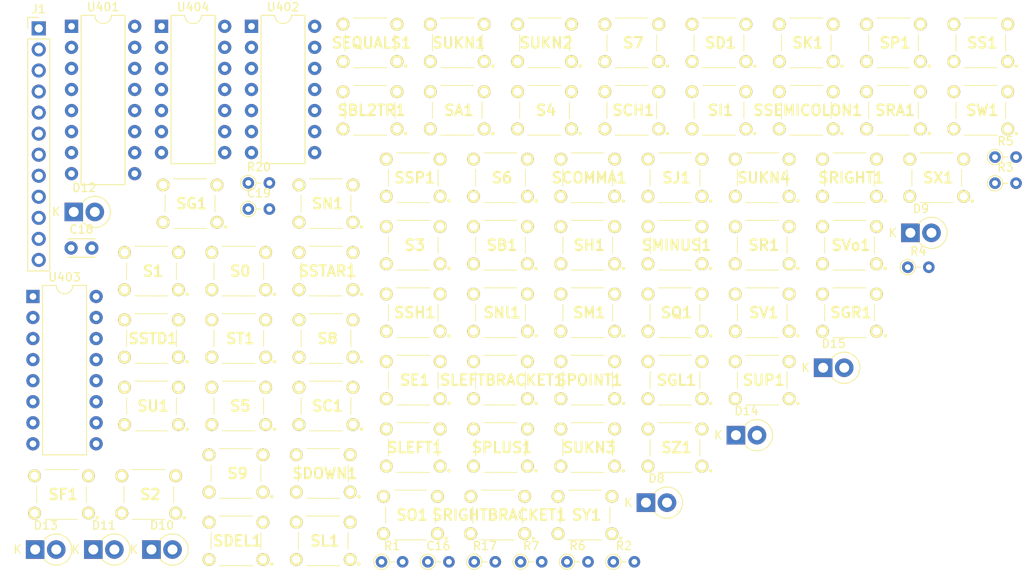
<source format=kicad_pcb>
(kicad_pcb (version 20171130) (host pcbnew "(5.1.6)-1")
  (layers (0 F.Cu signal) (31 B.Cu signal) (34 B.Paste user) (35 F.Paste user) (36 B.SilkS user) (37 F.SilkS user) (38 B.Mask user) (39 F.Mask user) (44 Edge.Cuts user))
  (net 0 "")
  (net 1 "Net-(C16-Pad2)")
  (net 2 /K12)
  (net 3 GND)
  (net 4 "Net-(C18-Pad1)")
  (net 5 "Net-(D12-Pad2)")
  (net 6 "Net-(D8-Pad1)")
  (net 7 "Net-(D13-Pad2)")
  (net 8 "Net-(D9-Pad1)")
  (net 9 "Net-(D10-Pad2)")
  (net 10 "Net-(D10-Pad1)")
  (net 11 "Net-(D11-Pad2)")
  (net 12 "Net-(D11-Pad1)")
  (net 13 "Net-(D12-Pad1)")
  (net 14 "Net-(D13-Pad1)")
  (net 15 "Net-(D14-Pad1)")
  (net 16 "Net-(D15-Pad1)")
  (net 17 /K11)
  (net 18 /K9)
  (net 19 /K8)
  (net 20 /K7)
  (net 21 /K6)
  (net 22 VCC)
  (net 23 /K4)
  (net 24 /K3)
  (net 25 /K2)
  (net 26 /K1)
  (net 27 "Net-(R2-Pad2)")
  (net 28 "Net-(R4-Pad2)")
  (net 29 "Net-(R6-Pad2)")
  (net 30 "Net-(S0-Pad3)")
  (net 31 "Net-(S0-Pad1)")
  (net 32 "Net-(S1-Pad3)")
  (net 33 "Net-(S1-Pad1)")
  (net 34 "Net-(S2-Pad3)")
  (net 35 "Net-(S2-Pad1)")
  (net 36 "Net-(S3-Pad3)")
  (net 37 "Net-(S3-Pad1)")
  (net 38 "Net-(S4-Pad3)")
  (net 39 "Net-(S4-Pad1)")
  (net 40 "Net-(S5-Pad3)")
  (net 41 "Net-(S6-Pad3)")
  (net 42 "Net-(S6-Pad1)")
  (net 43 "Net-(S7-Pad3)")
  (net 44 "Net-(S7-Pad1)")
  (net 45 "Net-(S8-Pad3)")
  (net 46 "Net-(S9-Pad3)")
  (net 47 "Net-(SA1-Pad3)")
  (net 48 "Net-(SA1-Pad1)")
  (net 49 "Net-(SB1-Pad3)")
  (net 50 "Net-(SBL2TR1-Pad3)")
  (net 51 "Net-(SBL2TR1-Pad2)")
  (net 52 "Net-(SBL2TR1-Pad1)")
  (net 53 "Net-(SC1-Pad3)")
  (net 54 "Net-(SC1-Pad1)")
  (net 55 "Net-(SCH1-Pad3)")
  (net 56 "Net-(SCH1-Pad1)")
  (net 57 "Net-(SCOMMA1-Pad3)")
  (net 58 "Net-(SD1-Pad3)")
  (net 59 "Net-(SD1-Pad1)")
  (net 60 "Net-(SDEL1-Pad3)")
  (net 61 "Net-(SDEL1-Pad1)")
  (net 62 "Net-(SDOWN1-Pad3)")
  (net 63 "Net-(SDOWN1-Pad1)")
  (net 64 "Net-(SE1-Pad3)")
  (net 65 "Net-(SEQUALS1-Pad3)")
  (net 66 "Net-(SEQUALS1-Pad1)")
  (net 67 "Net-(SF1-Pad3)")
  (net 68 "Net-(SG1-Pad3)")
  (net 69 "Net-(SGL1-Pad3)")
  (net 70 "Net-(SGL1-Pad2)")
  (net 71 "Net-(SGL1-Pad1)")
  (net 72 "Net-(SGR1-Pad3)")
  (net 73 "Net-(SGR1-Pad1)")
  (net 74 "Net-(SH1-Pad3)")
  (net 75 "Net-(SI1-Pad3)")
  (net 76 "Net-(SJ1-Pad3)")
  (net 77 "Net-(SK1-Pad3)")
  (net 78 "Net-(SL1-Pad3)")
  (net 79 "Net-(SLEFT1-Pad3)")
  (net 80 "Net-(SLEFTBRACKET1-Pad3)")
  (net 81 "Net-(SM1-Pad3)")
  (net 82 "Net-(SMINUS1-Pad3)")
  (net 83 "Net-(SN1-Pad3)")
  (net 84 "Net-(SNl1-Pad3)")
  (net 85 "Net-(SO1-Pad3)")
  (net 86 "Net-(SP1-Pad3)")
  (net 87 "Net-(SPLUS1-Pad3)")
  (net 88 "Net-(SPOINT1-Pad3)")
  (net 89 "Net-(SQ1-Pad3)")
  (net 90 "Net-(SR1-Pad3)")
  (net 91 "Net-(SRA1-Pad3)")
  (net 92 "Net-(SRA1-Pad1)")
  (net 93 "Net-(SRIGHT1-Pad3)")
  (net 94 "Net-(SRIGHTBRACKET1-Pad3)")
  (net 95 "Net-(SS1-Pad3)")
  (net 96 "Net-(SSEMICOLON1-Pad3)")
  (net 97 "Net-(SSH1-Pad3)")
  (net 98 "Net-(SSH1-Pad1)")
  (net 99 "Net-(SSP1-Pad3)")
  (net 100 "Net-(SSP1-Pad1)")
  (net 101 "Net-(SSTAR1-Pad3)")
  (net 102 "Net-(SSTD1-Pad3)")
  (net 103 "Net-(SSTD1-Pad1)")
  (net 104 "Net-(ST1-Pad3)")
  (net 105 "Net-(SU1-Pad3)")
  (net 106 "Net-(SUKN1-Pad3)")
  (net 107 "Net-(SUKN2-Pad3)")
  (net 108 "Net-(SUKN3-Pad3)")
  (net 109 "Net-(SUKN4-Pad3)")
  (net 110 "Net-(SUKN4-Pad1)")
  (net 111 "Net-(SUP1-Pad3)")
  (net 112 "Net-(SV1-Pad3)")
  (net 113 "Net-(SVo1-Pad3)")
  (net 114 "Net-(SW1-Pad3)")
  (net 115 "Net-(SX1-Pad3)")
  (net 116 "Net-(SY1-Pad3)")
  (net 117 "Net-(SZ1-Pad3)")
  (net 118 "Net-(U401-Pad6)")
  (net 119 "Net-(U401-Pad11)")
  (net 120 "Net-(U401-Pad3)")
  (net 121 "Net-(U401-Pad10)")
  (net 122 "Net-(U401-Pad9)")
  (net 123 "Net-(U402-Pad1)")
  (net 124 "Net-(U404-Pad13)")
  (net 125 "Net-(U404-Pad5)")
  (net 126 "Net-(U404-Pad4)")
  (net 127 "Net-(U404-Pad10)")
  (net 128 "Net-(U404-Pad3)")
  (net 129 "Net-(U404-Pad8)")
  (module SamacSys_Parts_l:FSM6JH (layer F.Cu) (at 157.990001 106.095001)
    (fp_text reference SZ1 (at -3.06 -2.25) (layer F.SilkS) (effects (font (size 1.27 1.27) (thickness 0.254))))
    (fp_text value FSM6JH hide)
    (pad 4 thru_hole circle (at -6.5 -4.5 90) (size 1.54 1.54) (drill 0.99) (layers *.Cu *.Mask F.SilkS) (net 15 "Net-(D14-Pad1)"))
    (pad 3 thru_hole circle (at 0 -4.5 90) (size 1.54 1.54) (drill 0.99) (layers *.Cu *.Mask F.SilkS) (net 117 "Net-(SZ1-Pad3)"))
    (pad 2 thru_hole circle (at -6.5 0 90) (size 1.54 1.54) (drill 0.99) (layers *.Cu *.Mask F.SilkS) (net 59 "Net-(SD1-Pad1)"))
    (pad 1 thru_hole circle (at 0 0 90) (size 1.54 1.54) (drill 0.99) (layers *.Cu *.Mask F.SilkS) (net 59 "Net-(SD1-Pad1)"))
  )
  (module SamacSys_Parts_l:FSM6JH (layer F.Cu) (at 147.140001 114.235001)
    (fp_text reference SY1 (at -3.06 -2.25) (layer F.SilkS) (effects (font (size 1.27 1.27) (thickness 0.254))))
    (fp_text value FSM6JH hide)
    (pad 4 thru_hole circle (at -6.5 -4.5 90) (size 1.54 1.54) (drill 0.99) (layers *.Cu *.Mask F.SilkS) (net 8 "Net-(D9-Pad1)"))
    (pad 3 thru_hole circle (at 0 -4.5 90) (size 1.54 1.54) (drill 0.99) (layers *.Cu *.Mask F.SilkS) (net 116 "Net-(SY1-Pad3)"))
    (pad 2 thru_hole circle (at -6.5 0 90) (size 1.54 1.54) (drill 0.99) (layers *.Cu *.Mask F.SilkS) (net 31 "Net-(S0-Pad1)"))
    (pad 1 thru_hole circle (at 0 0 90) (size 1.54 1.54) (drill 0.99) (layers *.Cu *.Mask F.SilkS) (net 31 "Net-(S0-Pad1)"))
  )
  (module SamacSys_Parts_l:FSM6JH (layer F.Cu) (at 189.550001 73.535001)
    (fp_text reference SX1 (at -3.06 -2.25) (layer F.SilkS) (effects (font (size 1.27 1.27) (thickness 0.254))))
    (fp_text value FSM6JH hide)
    (pad 4 thru_hole circle (at -6.5 -4.5 90) (size 1.54 1.54) (drill 0.99) (layers *.Cu *.Mask F.SilkS) (net 15 "Net-(D14-Pad1)"))
    (pad 3 thru_hole circle (at 0 -4.5 90) (size 1.54 1.54) (drill 0.99) (layers *.Cu *.Mask F.SilkS) (net 115 "Net-(SX1-Pad3)"))
    (pad 2 thru_hole circle (at -6.5 0 90) (size 1.54 1.54) (drill 0.99) (layers *.Cu *.Mask F.SilkS) (net 66 "Net-(SEQUALS1-Pad1)"))
    (pad 1 thru_hole circle (at 0 0 90) (size 1.54 1.54) (drill 0.99) (layers *.Cu *.Mask F.SilkS) (net 66 "Net-(SEQUALS1-Pad1)"))
  )
  (module SamacSys_Parts_l:FSM6JH (layer F.Cu) (at 194.860001 65.395001)
    (fp_text reference SW1 (at -3.06 -2.25) (layer F.SilkS) (effects (font (size 1.27 1.27) (thickness 0.254))))
    (fp_text value FSM6JH hide)
    (pad 4 thru_hole circle (at -6.5 -4.5 90) (size 1.54 1.54) (drill 0.99) (layers *.Cu *.Mask F.SilkS) (net 16 "Net-(D15-Pad1)"))
    (pad 3 thru_hole circle (at 0 -4.5 90) (size 1.54 1.54) (drill 0.99) (layers *.Cu *.Mask F.SilkS) (net 114 "Net-(SW1-Pad3)"))
    (pad 2 thru_hole circle (at -6.5 0 90) (size 1.54 1.54) (drill 0.99) (layers *.Cu *.Mask F.SilkS) (net 61 "Net-(SDEL1-Pad1)"))
    (pad 1 thru_hole circle (at 0 0 90) (size 1.54 1.54) (drill 0.99) (layers *.Cu *.Mask F.SilkS) (net 61 "Net-(SDEL1-Pad1)"))
  )
  (module SamacSys_Parts_l:FSM6JH (layer F.Cu) (at 179.030001 81.675001)
    (fp_text reference SVo1 (at -3.06 -2.25) (layer F.SilkS) (effects (font (size 1.27 1.27) (thickness 0.254))))
    (fp_text value FSM6JH hide)
    (pad 4 thru_hole circle (at -6.5 -4.5 90) (size 1.54 1.54) (drill 0.99) (layers *.Cu *.Mask F.SilkS) (net 13 "Net-(D12-Pad1)"))
    (pad 3 thru_hole circle (at 0 -4.5 90) (size 1.54 1.54) (drill 0.99) (layers *.Cu *.Mask F.SilkS) (net 113 "Net-(SVo1-Pad3)"))
    (pad 2 thru_hole circle (at -6.5 0 90) (size 1.54 1.54) (drill 0.99) (layers *.Cu *.Mask F.SilkS) (net 33 "Net-(S1-Pad1)"))
    (pad 1 thru_hole circle (at 0 0 90) (size 1.54 1.54) (drill 0.99) (layers *.Cu *.Mask F.SilkS) (net 33 "Net-(S1-Pad1)"))
  )
  (module SamacSys_Parts_l:FSM6JH (layer F.Cu) (at 168.510001 89.815001)
    (fp_text reference SV1 (at -3.06 -2.25) (layer F.SilkS) (effects (font (size 1.27 1.27) (thickness 0.254))))
    (fp_text value FSM6JH hide)
    (pad 4 thru_hole circle (at -6.5 -4.5 90) (size 1.54 1.54) (drill 0.99) (layers *.Cu *.Mask F.SilkS) (net 15 "Net-(D14-Pad1)"))
    (pad 3 thru_hole circle (at 0 -4.5 90) (size 1.54 1.54) (drill 0.99) (layers *.Cu *.Mask F.SilkS) (net 112 "Net-(SV1-Pad3)"))
    (pad 2 thru_hole circle (at -6.5 0 90) (size 1.54 1.54) (drill 0.99) (layers *.Cu *.Mask F.SilkS) (net 33 "Net-(S1-Pad1)"))
    (pad 1 thru_hole circle (at 0 0 90) (size 1.54 1.54) (drill 0.99) (layers *.Cu *.Mask F.SilkS) (net 33 "Net-(S1-Pad1)"))
  )
  (module SamacSys_Parts_l:FSM6JH (layer F.Cu) (at 168.510001 97.955001)
    (fp_text reference SUP1 (at -3.06 -2.25) (layer F.SilkS) (effects (font (size 1.27 1.27) (thickness 0.254))))
    (fp_text value FSM6JH hide)
    (pad 4 thru_hole circle (at -6.5 -4.5 90) (size 1.54 1.54) (drill 0.99) (layers *.Cu *.Mask F.SilkS) (net 15 "Net-(D14-Pad1)"))
    (pad 3 thru_hole circle (at 0 -4.5 90) (size 1.54 1.54) (drill 0.99) (layers *.Cu *.Mask F.SilkS) (net 111 "Net-(SUP1-Pad3)"))
    (pad 2 thru_hole circle (at -6.5 0 90) (size 1.54 1.54) (drill 0.99) (layers *.Cu *.Mask F.SilkS) (net 63 "Net-(SDOWN1-Pad1)"))
    (pad 1 thru_hole circle (at 0 0 90) (size 1.54 1.54) (drill 0.99) (layers *.Cu *.Mask F.SilkS) (net 63 "Net-(SDOWN1-Pad1)"))
  )
  (module SamacSys_Parts_l:FSM6JH (layer F.Cu) (at 168.510001 73.535001)
    (fp_text reference SUKN4 (at -3.06 -2.25) (layer F.SilkS) (effects (font (size 1.27 1.27) (thickness 0.254))))
    (fp_text value FSM6JH hide)
    (pad 4 thru_hole circle (at -6.5 -4.5 90) (size 1.54 1.54) (drill 0.99) (layers *.Cu *.Mask F.SilkS) (net 13 "Net-(D12-Pad1)"))
    (pad 3 thru_hole circle (at 0 -4.5 90) (size 1.54 1.54) (drill 0.99) (layers *.Cu *.Mask F.SilkS) (net 109 "Net-(SUKN4-Pad3)"))
    (pad 2 thru_hole circle (at -6.5 0 90) (size 1.54 1.54) (drill 0.99) (layers *.Cu *.Mask F.SilkS) (net 51 "Net-(SBL2TR1-Pad2)"))
    (pad 1 thru_hole circle (at 0 0 90) (size 1.54 1.54) (drill 0.99) (layers *.Cu *.Mask F.SilkS) (net 110 "Net-(SUKN4-Pad1)"))
  )
  (module SamacSys_Parts_l:FSM6JH (layer F.Cu) (at 147.470001 106.095001)
    (fp_text reference SUKN3 (at -3.06 -2.25) (layer F.SilkS) (effects (font (size 1.27 1.27) (thickness 0.254))))
    (fp_text value FSM6JH hide)
    (pad 4 thru_hole circle (at -6.5 -4.5 90) (size 1.54 1.54) (drill 0.99) (layers *.Cu *.Mask F.SilkS) (net 8 "Net-(D9-Pad1)"))
    (pad 3 thru_hole circle (at 0 -4.5 90) (size 1.54 1.54) (drill 0.99) (layers *.Cu *.Mask F.SilkS) (net 108 "Net-(SUKN3-Pad3)"))
    (pad 2 thru_hole circle (at -6.5 0 90) (size 1.54 1.54) (drill 0.99) (layers *.Cu *.Mask F.SilkS) (net 103 "Net-(SSTD1-Pad1)"))
    (pad 1 thru_hole circle (at 0 0 90) (size 1.54 1.54) (drill 0.99) (layers *.Cu *.Mask F.SilkS) (net 103 "Net-(SSTD1-Pad1)"))
  )
  (module SamacSys_Parts_l:FSM6JH (layer F.Cu) (at 142.260001 57.255001)
    (fp_text reference SUKN2 (at -3.06 -2.25) (layer F.SilkS) (effects (font (size 1.27 1.27) (thickness 0.254))))
    (fp_text value FSM6JH hide)
    (pad 4 thru_hole circle (at -6.5 -4.5 90) (size 1.54 1.54) (drill 0.99) (layers *.Cu *.Mask F.SilkS) (net 16 "Net-(D15-Pad1)"))
    (pad 3 thru_hole circle (at 0 -4.5 90) (size 1.54 1.54) (drill 0.99) (layers *.Cu *.Mask F.SilkS) (net 107 "Net-(SUKN2-Pad3)"))
    (pad 2 thru_hole circle (at -6.5 0 90) (size 1.54 1.54) (drill 0.99) (layers *.Cu *.Mask F.SilkS) (net 103 "Net-(SSTD1-Pad1)"))
    (pad 1 thru_hole circle (at 0 0 90) (size 1.54 1.54) (drill 0.99) (layers *.Cu *.Mask F.SilkS) (net 103 "Net-(SSTD1-Pad1)"))
  )
  (module SamacSys_Parts_l:FSM6JH (layer F.Cu) (at 131.740001 57.255001)
    (fp_text reference SUKN1 (at -3.06 -2.25) (layer F.SilkS) (effects (font (size 1.27 1.27) (thickness 0.254))))
    (fp_text value FSM6JH hide)
    (pad 4 thru_hole circle (at -6.5 -4.5 90) (size 1.54 1.54) (drill 0.99) (layers *.Cu *.Mask F.SilkS) (net 15 "Net-(D14-Pad1)"))
    (pad 3 thru_hole circle (at 0 -4.5 90) (size 1.54 1.54) (drill 0.99) (layers *.Cu *.Mask F.SilkS) (net 106 "Net-(SUKN1-Pad3)"))
    (pad 2 thru_hole circle (at -6.5 0 90) (size 1.54 1.54) (drill 0.99) (layers *.Cu *.Mask F.SilkS) (net 103 "Net-(SSTD1-Pad1)"))
    (pad 1 thru_hole circle (at 0 0 90) (size 1.54 1.54) (drill 0.99) (layers *.Cu *.Mask F.SilkS) (net 103 "Net-(SSTD1-Pad1)"))
  )
  (module SamacSys_Parts_l:FSM6JH (layer F.Cu) (at 94.870001 101.075001)
    (fp_text reference SU1 (at -3.06 -2.25) (layer F.SilkS) (effects (font (size 1.27 1.27) (thickness 0.254))))
    (fp_text value FSM6JH hide)
    (pad 4 thru_hole circle (at -6.5 -4.5 90) (size 1.54 1.54) (drill 0.99) (layers *.Cu *.Mask F.SilkS) (net 8 "Net-(D9-Pad1)"))
    (pad 3 thru_hole circle (at 0 -4.5 90) (size 1.54 1.54) (drill 0.99) (layers *.Cu *.Mask F.SilkS) (net 105 "Net-(SU1-Pad3)"))
    (pad 2 thru_hole circle (at -6.5 0 90) (size 1.54 1.54) (drill 0.99) (layers *.Cu *.Mask F.SilkS) (net 44 "Net-(S7-Pad1)"))
    (pad 1 thru_hole circle (at 0 0 90) (size 1.54 1.54) (drill 0.99) (layers *.Cu *.Mask F.SilkS) (net 44 "Net-(S7-Pad1)"))
  )
  (module SamacSys_Parts_l:FSM6JH (layer F.Cu) (at 105.390001 92.935001)
    (fp_text reference ST1 (at -3.06 -2.25) (layer F.SilkS) (effects (font (size 1.27 1.27) (thickness 0.254))))
    (fp_text value FSM6JH hide)
    (pad 4 thru_hole circle (at -6.5 -4.5 90) (size 1.54 1.54) (drill 0.99) (layers *.Cu *.Mask F.SilkS) (net 16 "Net-(D15-Pad1)"))
    (pad 3 thru_hole circle (at 0 -4.5 90) (size 1.54 1.54) (drill 0.99) (layers *.Cu *.Mask F.SilkS) (net 104 "Net-(ST1-Pad3)"))
    (pad 2 thru_hole circle (at -6.5 0 90) (size 1.54 1.54) (drill 0.99) (layers *.Cu *.Mask F.SilkS) (net 54 "Net-(SC1-Pad1)"))
    (pad 1 thru_hole circle (at 0 0 90) (size 1.54 1.54) (drill 0.99) (layers *.Cu *.Mask F.SilkS) (net 54 "Net-(SC1-Pad1)"))
  )
  (module SamacSys_Parts_l:FSM6JH (layer F.Cu) (at 94.870001 92.935001)
    (fp_text reference SSTD1 (at -3.06 -2.25) (layer F.SilkS) (effects (font (size 1.27 1.27) (thickness 0.254))))
    (fp_text value FSM6JH hide)
    (pad 4 thru_hole circle (at -6.5 -4.5 90) (size 1.54 1.54) (drill 0.99) (layers *.Cu *.Mask F.SilkS) (net 13 "Net-(D12-Pad1)"))
    (pad 3 thru_hole circle (at 0 -4.5 90) (size 1.54 1.54) (drill 0.99) (layers *.Cu *.Mask F.SilkS) (net 102 "Net-(SSTD1-Pad3)"))
    (pad 2 thru_hole circle (at -6.5 0 90) (size 1.54 1.54) (drill 0.99) (layers *.Cu *.Mask F.SilkS) (net 103 "Net-(SSTD1-Pad1)"))
    (pad 1 thru_hole circle (at 0 0 90) (size 1.54 1.54) (drill 0.99) (layers *.Cu *.Mask F.SilkS) (net 103 "Net-(SSTD1-Pad1)"))
  )
  (module SamacSys_Parts_l:FSM6JH (layer F.Cu) (at 115.910001 84.795001)
    (fp_text reference SSTAR1 (at -3.06 -2.25) (layer F.SilkS) (effects (font (size 1.27 1.27) (thickness 0.254))))
    (fp_text value FSM6JH hide)
    (pad 4 thru_hole circle (at -6.5 -4.5 90) (size 1.54 1.54) (drill 0.99) (layers *.Cu *.Mask F.SilkS) (net 13 "Net-(D12-Pad1)"))
    (pad 3 thru_hole circle (at 0 -4.5 90) (size 1.54 1.54) (drill 0.99) (layers *.Cu *.Mask F.SilkS) (net 101 "Net-(SSTAR1-Pad3)"))
    (pad 2 thru_hole circle (at -6.5 0 90) (size 1.54 1.54) (drill 0.99) (layers *.Cu *.Mask F.SilkS) (net 35 "Net-(S2-Pad1)"))
    (pad 1 thru_hole circle (at 0 0 90) (size 1.54 1.54) (drill 0.99) (layers *.Cu *.Mask F.SilkS) (net 35 "Net-(S2-Pad1)"))
  )
  (module SamacSys_Parts_l:FSM6JH (layer F.Cu) (at 126.430001 73.535001)
    (fp_text reference SSP1 (at -3.06 -2.25) (layer F.SilkS) (effects (font (size 1.27 1.27) (thickness 0.254))))
    (fp_text value FSM6JH hide)
    (pad 4 thru_hole circle (at -6.5 -4.5 90) (size 1.54 1.54) (drill 0.99) (layers *.Cu *.Mask F.SilkS) (net 16 "Net-(D15-Pad1)"))
    (pad 3 thru_hole circle (at 0 -4.5 90) (size 1.54 1.54) (drill 0.99) (layers *.Cu *.Mask F.SilkS) (net 99 "Net-(SSP1-Pad3)"))
    (pad 2 thru_hole circle (at -6.5 0 90) (size 1.54 1.54) (drill 0.99) (layers *.Cu *.Mask F.SilkS) (net 51 "Net-(SBL2TR1-Pad2)"))
    (pad 1 thru_hole circle (at 0 0 90) (size 1.54 1.54) (drill 0.99) (layers *.Cu *.Mask F.SilkS) (net 100 "Net-(SSP1-Pad1)"))
  )
  (module SamacSys_Parts_l:FSM6JH (layer F.Cu) (at 126.430001 89.815001)
    (fp_text reference SSH1 (at -3.06 -2.25) (layer F.SilkS) (effects (font (size 1.27 1.27) (thickness 0.254))))
    (fp_text value FSM6JH hide)
    (pad 4 thru_hole circle (at -6.5 -4.5 90) (size 1.54 1.54) (drill 0.99) (layers *.Cu *.Mask F.SilkS) (net 14 "Net-(D13-Pad1)"))
    (pad 3 thru_hole circle (at 0 -4.5 90) (size 1.54 1.54) (drill 0.99) (layers *.Cu *.Mask F.SilkS) (net 97 "Net-(SSH1-Pad3)"))
    (pad 2 thru_hole circle (at -6.5 0 90) (size 1.54 1.54) (drill 0.99) (layers *.Cu *.Mask F.SilkS) (net 70 "Net-(SGL1-Pad2)"))
    (pad 1 thru_hole circle (at 0 0 90) (size 1.54 1.54) (drill 0.99) (layers *.Cu *.Mask F.SilkS) (net 98 "Net-(SSH1-Pad1)"))
  )
  (module SamacSys_Parts_l:FSM6JH (layer F.Cu) (at 173.820001 65.395001)
    (fp_text reference SSEMICOLON1 (at -3.06 -2.25) (layer F.SilkS) (effects (font (size 1.27 1.27) (thickness 0.254))))
    (fp_text value FSM6JH hide)
    (pad 4 thru_hole circle (at -6.5 -4.5 90) (size 1.54 1.54) (drill 0.99) (layers *.Cu *.Mask F.SilkS) (net 8 "Net-(D9-Pad1)"))
    (pad 3 thru_hole circle (at 0 -4.5 90) (size 1.54 1.54) (drill 0.99) (layers *.Cu *.Mask F.SilkS) (net 96 "Net-(SSEMICOLON1-Pad3)"))
    (pad 2 thru_hole circle (at -6.5 0 90) (size 1.54 1.54) (drill 0.99) (layers *.Cu *.Mask F.SilkS) (net 35 "Net-(S2-Pad1)"))
    (pad 1 thru_hole circle (at 0 0 90) (size 1.54 1.54) (drill 0.99) (layers *.Cu *.Mask F.SilkS) (net 35 "Net-(S2-Pad1)"))
  )
  (module SamacSys_Parts_l:FSM6JH (layer F.Cu) (at 194.860001 57.255001)
    (fp_text reference SS1 (at -3.06 -2.25) (layer F.SilkS) (effects (font (size 1.27 1.27) (thickness 0.254))))
    (fp_text value FSM6JH hide)
    (pad 4 thru_hole circle (at -6.5 -4.5 90) (size 1.54 1.54) (drill 0.99) (layers *.Cu *.Mask F.SilkS) (net 8 "Net-(D9-Pad1)"))
    (pad 3 thru_hole circle (at 0 -4.5 90) (size 1.54 1.54) (drill 0.99) (layers *.Cu *.Mask F.SilkS) (net 95 "Net-(SS1-Pad3)"))
    (pad 2 thru_hole circle (at -6.5 0 90) (size 1.54 1.54) (drill 0.99) (layers *.Cu *.Mask F.SilkS) (net 61 "Net-(SDEL1-Pad1)"))
    (pad 1 thru_hole circle (at 0 0 90) (size 1.54 1.54) (drill 0.99) (layers *.Cu *.Mask F.SilkS) (net 61 "Net-(SDEL1-Pad1)"))
  )
  (module SamacSys_Parts_l:FSM6JH (layer F.Cu) (at 136.620001 114.235001)
    (fp_text reference SRIGHTBRACKET1 (at -3.06 -2.25) (layer F.SilkS) (effects (font (size 1.27 1.27) (thickness 0.254))))
    (fp_text value FSM6JH hide)
    (pad 4 thru_hole circle (at -6.5 -4.5 90) (size 1.54 1.54) (drill 0.99) (layers *.Cu *.Mask F.SilkS) (net 13 "Net-(D12-Pad1)"))
    (pad 3 thru_hole circle (at 0 -4.5 90) (size 1.54 1.54) (drill 0.99) (layers *.Cu *.Mask F.SilkS) (net 94 "Net-(SRIGHTBRACKET1-Pad3)"))
    (pad 2 thru_hole circle (at -6.5 0 90) (size 1.54 1.54) (drill 0.99) (layers *.Cu *.Mask F.SilkS) (net 37 "Net-(S3-Pad1)"))
    (pad 1 thru_hole circle (at 0 0 90) (size 1.54 1.54) (drill 0.99) (layers *.Cu *.Mask F.SilkS) (net 37 "Net-(S3-Pad1)"))
  )
  (module SamacSys_Parts_l:FSM6JH (layer F.Cu) (at 179.030001 73.535001)
    (fp_text reference SRIGHT1 (at -3.06 -2.25) (layer F.SilkS) (effects (font (size 1.27 1.27) (thickness 0.254))))
    (fp_text value FSM6JH hide)
    (pad 4 thru_hole circle (at -6.5 -4.5 90) (size 1.54 1.54) (drill 0.99) (layers *.Cu *.Mask F.SilkS) (net 13 "Net-(D12-Pad1)"))
    (pad 3 thru_hole circle (at 0 -4.5 90) (size 1.54 1.54) (drill 0.99) (layers *.Cu *.Mask F.SilkS) (net 93 "Net-(SRIGHT1-Pad3)"))
    (pad 2 thru_hole circle (at -6.5 0 90) (size 1.54 1.54) (drill 0.99) (layers *.Cu *.Mask F.SilkS) (net 63 "Net-(SDOWN1-Pad1)"))
    (pad 1 thru_hole circle (at 0 0 90) (size 1.54 1.54) (drill 0.99) (layers *.Cu *.Mask F.SilkS) (net 63 "Net-(SDOWN1-Pad1)"))
  )
  (module SamacSys_Parts_l:FSM6JH (layer F.Cu) (at 184.340001 65.395001)
    (fp_text reference SRA1 (at -3.06 -2.25) (layer F.SilkS) (effects (font (size 1.27 1.27) (thickness 0.254))))
    (fp_text value FSM6JH hide)
    (pad 4 thru_hole circle (at -6.5 -4.5 90) (size 1.54 1.54) (drill 0.99) (layers *.Cu *.Mask F.SilkS) (net 12 "Net-(D11-Pad1)"))
    (pad 3 thru_hole circle (at 0 -4.5 90) (size 1.54 1.54) (drill 0.99) (layers *.Cu *.Mask F.SilkS) (net 91 "Net-(SRA1-Pad3)"))
    (pad 2 thru_hole circle (at -6.5 0 90) (size 1.54 1.54) (drill 0.99) (layers *.Cu *.Mask F.SilkS) (net 70 "Net-(SGL1-Pad2)"))
    (pad 1 thru_hole circle (at 0 0 90) (size 1.54 1.54) (drill 0.99) (layers *.Cu *.Mask F.SilkS) (net 92 "Net-(SRA1-Pad1)"))
  )
  (module SamacSys_Parts_l:FSM6JH (layer F.Cu) (at 168.510001 81.675001)
    (fp_text reference SR1 (at -3.06 -2.25) (layer F.SilkS) (effects (font (size 1.27 1.27) (thickness 0.254))))
    (fp_text value FSM6JH hide)
    (pad 4 thru_hole circle (at -6.5 -4.5 90) (size 1.54 1.54) (drill 0.99) (layers *.Cu *.Mask F.SilkS) (net 16 "Net-(D15-Pad1)"))
    (pad 3 thru_hole circle (at 0 -4.5 90) (size 1.54 1.54) (drill 0.99) (layers *.Cu *.Mask F.SilkS) (net 90 "Net-(SR1-Pad3)"))
    (pad 2 thru_hole circle (at -6.5 0 90) (size 1.54 1.54) (drill 0.99) (layers *.Cu *.Mask F.SilkS) (net 66 "Net-(SEQUALS1-Pad1)"))
    (pad 1 thru_hole circle (at 0 0 90) (size 1.54 1.54) (drill 0.99) (layers *.Cu *.Mask F.SilkS) (net 66 "Net-(SEQUALS1-Pad1)"))
  )
  (module SamacSys_Parts_l:FSM6JH (layer F.Cu) (at 157.990001 89.815001)
    (fp_text reference SQ1 (at -3.06 -2.25) (layer F.SilkS) (effects (font (size 1.27 1.27) (thickness 0.254))))
    (fp_text value FSM6JH hide)
    (pad 4 thru_hole circle (at -6.5 -4.5 90) (size 1.54 1.54) (drill 0.99) (layers *.Cu *.Mask F.SilkS) (net 16 "Net-(D15-Pad1)"))
    (pad 3 thru_hole circle (at 0 -4.5 90) (size 1.54 1.54) (drill 0.99) (layers *.Cu *.Mask F.SilkS) (net 89 "Net-(SQ1-Pad3)"))
    (pad 2 thru_hole circle (at -6.5 0 90) (size 1.54 1.54) (drill 0.99) (layers *.Cu *.Mask F.SilkS) (net 48 "Net-(SA1-Pad1)"))
    (pad 1 thru_hole circle (at 0 0 90) (size 1.54 1.54) (drill 0.99) (layers *.Cu *.Mask F.SilkS) (net 48 "Net-(SA1-Pad1)"))
  )
  (module SamacSys_Parts_l:FSM6JH (layer F.Cu) (at 147.470001 97.955001)
    (fp_text reference SPOINT1 (at -3.06 -2.25) (layer F.SilkS) (effects (font (size 1.27 1.27) (thickness 0.254))))
    (fp_text value FSM6JH hide)
    (pad 4 thru_hole circle (at -6.5 -4.5 90) (size 1.54 1.54) (drill 0.99) (layers *.Cu *.Mask F.SilkS) (net 15 "Net-(D14-Pad1)"))
    (pad 3 thru_hole circle (at 0 -4.5 90) (size 1.54 1.54) (drill 0.99) (layers *.Cu *.Mask F.SilkS) (net 88 "Net-(SPOINT1-Pad3)"))
    (pad 2 thru_hole circle (at -6.5 0 90) (size 1.54 1.54) (drill 0.99) (layers *.Cu *.Mask F.SilkS) (net 37 "Net-(S3-Pad1)"))
    (pad 1 thru_hole circle (at 0 0 90) (size 1.54 1.54) (drill 0.99) (layers *.Cu *.Mask F.SilkS) (net 37 "Net-(S3-Pad1)"))
  )
  (module SamacSys_Parts_l:FSM6JH (layer F.Cu) (at 136.950001 106.095001)
    (fp_text reference SPLUS1 (at -3.06 -2.25) (layer F.SilkS) (effects (font (size 1.27 1.27) (thickness 0.254))))
    (fp_text value FSM6JH hide)
    (pad 4 thru_hole circle (at -6.5 -4.5 90) (size 1.54 1.54) (drill 0.99) (layers *.Cu *.Mask F.SilkS) (net 13 "Net-(D12-Pad1)"))
    (pad 3 thru_hole circle (at 0 -4.5 90) (size 1.54 1.54) (drill 0.99) (layers *.Cu *.Mask F.SilkS) (net 87 "Net-(SPLUS1-Pad3)"))
    (pad 2 thru_hole circle (at -6.5 0 90) (size 1.54 1.54) (drill 0.99) (layers *.Cu *.Mask F.SilkS) (net 61 "Net-(SDEL1-Pad1)"))
    (pad 1 thru_hole circle (at 0 0 90) (size 1.54 1.54) (drill 0.99) (layers *.Cu *.Mask F.SilkS) (net 61 "Net-(SDEL1-Pad1)"))
  )
  (module SamacSys_Parts_l:FSM6JH (layer F.Cu) (at 184.340001 57.255001)
    (fp_text reference SP1 (at -3.06 -2.25) (layer F.SilkS) (effects (font (size 1.27 1.27) (thickness 0.254))))
    (fp_text value FSM6JH hide)
    (pad 4 thru_hole circle (at -6.5 -4.5 90) (size 1.54 1.54) (drill 0.99) (layers *.Cu *.Mask F.SilkS) (net 13 "Net-(D12-Pad1)"))
    (pad 3 thru_hole circle (at 0 -4.5 90) (size 1.54 1.54) (drill 0.99) (layers *.Cu *.Mask F.SilkS) (net 86 "Net-(SP1-Pad3)"))
    (pad 2 thru_hole circle (at -6.5 0 90) (size 1.54 1.54) (drill 0.99) (layers *.Cu *.Mask F.SilkS) (net 54 "Net-(SC1-Pad1)"))
    (pad 1 thru_hole circle (at 0 0 90) (size 1.54 1.54) (drill 0.99) (layers *.Cu *.Mask F.SilkS) (net 54 "Net-(SC1-Pad1)"))
  )
  (module SamacSys_Parts_l:FSM6JH (layer F.Cu) (at 126.100001 114.235001)
    (fp_text reference SO1 (at -3.06 -2.25) (layer F.SilkS) (effects (font (size 1.27 1.27) (thickness 0.254))))
    (fp_text value FSM6JH hide)
    (pad 4 thru_hole circle (at -6.5 -4.5 90) (size 1.54 1.54) (drill 0.99) (layers *.Cu *.Mask F.SilkS) (net 8 "Net-(D9-Pad1)"))
    (pad 3 thru_hole circle (at 0 -4.5 90) (size 1.54 1.54) (drill 0.99) (layers *.Cu *.Mask F.SilkS) (net 85 "Net-(SO1-Pad3)"))
    (pad 2 thru_hole circle (at -6.5 0 90) (size 1.54 1.54) (drill 0.99) (layers *.Cu *.Mask F.SilkS) (net 39 "Net-(S4-Pad1)"))
    (pad 1 thru_hole circle (at 0 0 90) (size 1.54 1.54) (drill 0.99) (layers *.Cu *.Mask F.SilkS) (net 39 "Net-(S4-Pad1)"))
  )
  (module SamacSys_Parts_l:FSM6JH (layer F.Cu) (at 136.950001 89.815001)
    (fp_text reference SNl1 (at -3.06 -2.25) (layer F.SilkS) (effects (font (size 1.27 1.27) (thickness 0.254))))
    (fp_text value FSM6JH hide)
    (pad 4 thru_hole circle (at -6.5 -4.5 90) (size 1.54 1.54) (drill 0.99) (layers *.Cu *.Mask F.SilkS) (net 13 "Net-(D12-Pad1)"))
    (pad 3 thru_hole circle (at 0 -4.5 90) (size 1.54 1.54) (drill 0.99) (layers *.Cu *.Mask F.SilkS) (net 84 "Net-(SNl1-Pad3)"))
    (pad 2 thru_hole circle (at -6.5 0 90) (size 1.54 1.54) (drill 0.99) (layers *.Cu *.Mask F.SilkS) (net 48 "Net-(SA1-Pad1)"))
    (pad 1 thru_hole circle (at 0 0 90) (size 1.54 1.54) (drill 0.99) (layers *.Cu *.Mask F.SilkS) (net 48 "Net-(SA1-Pad1)"))
  )
  (module SamacSys_Parts_l:FSM6JH (layer F.Cu) (at 115.910001 76.655001)
    (fp_text reference SN1 (at -3.06 -2.25) (layer F.SilkS) (effects (font (size 1.27 1.27) (thickness 0.254))))
    (fp_text value FSM6JH hide)
    (pad 4 thru_hole circle (at -6.5 -4.5 90) (size 1.54 1.54) (drill 0.99) (layers *.Cu *.Mask F.SilkS) (net 15 "Net-(D14-Pad1)"))
    (pad 3 thru_hole circle (at 0 -4.5 90) (size 1.54 1.54) (drill 0.99) (layers *.Cu *.Mask F.SilkS) (net 83 "Net-(SN1-Pad3)"))
    (pad 2 thru_hole circle (at -6.5 0 90) (size 1.54 1.54) (drill 0.99) (layers *.Cu *.Mask F.SilkS) (net 42 "Net-(S6-Pad1)"))
    (pad 1 thru_hole circle (at 0 0 90) (size 1.54 1.54) (drill 0.99) (layers *.Cu *.Mask F.SilkS) (net 42 "Net-(S6-Pad1)"))
  )
  (module SamacSys_Parts_l:FSM6JH (layer F.Cu) (at 157.990001 81.675001)
    (fp_text reference SMINUS1 (at -3.06 -2.25) (layer F.SilkS) (effects (font (size 1.27 1.27) (thickness 0.254))))
    (fp_text value FSM6JH hide)
    (pad 4 thru_hole circle (at -6.5 -4.5 90) (size 1.54 1.54) (drill 0.99) (layers *.Cu *.Mask F.SilkS) (net 13 "Net-(D12-Pad1)"))
    (pad 3 thru_hole circle (at 0 -4.5 90) (size 1.54 1.54) (drill 0.99) (layers *.Cu *.Mask F.SilkS) (net 82 "Net-(SMINUS1-Pad3)"))
    (pad 2 thru_hole circle (at -6.5 0 90) (size 1.54 1.54) (drill 0.99) (layers *.Cu *.Mask F.SilkS) (net 59 "Net-(SD1-Pad1)"))
    (pad 1 thru_hole circle (at 0 0 90) (size 1.54 1.54) (drill 0.99) (layers *.Cu *.Mask F.SilkS) (net 59 "Net-(SD1-Pad1)"))
  )
  (module SamacSys_Parts_l:FSM6JH (layer F.Cu) (at 147.470001 89.815001)
    (fp_text reference SM1 (at -3.06 -2.25) (layer F.SilkS) (effects (font (size 1.27 1.27) (thickness 0.254))))
    (fp_text value FSM6JH hide)
    (pad 4 thru_hole circle (at -6.5 -4.5 90) (size 1.54 1.54) (drill 0.99) (layers *.Cu *.Mask F.SilkS) (net 15 "Net-(D14-Pad1)"))
    (pad 3 thru_hole circle (at 0 -4.5 90) (size 1.54 1.54) (drill 0.99) (layers *.Cu *.Mask F.SilkS) (net 81 "Net-(SM1-Pad3)"))
    (pad 2 thru_hole circle (at -6.5 0 90) (size 1.54 1.54) (drill 0.99) (layers *.Cu *.Mask F.SilkS) (net 31 "Net-(S0-Pad1)"))
    (pad 1 thru_hole circle (at 0 0 90) (size 1.54 1.54) (drill 0.99) (layers *.Cu *.Mask F.SilkS) (net 31 "Net-(S0-Pad1)"))
  )
  (module SamacSys_Parts_l:FSM6JH (layer F.Cu) (at 136.950001 97.955001)
    (fp_text reference SLEFTBRACKET1 (at -3.06 -2.25) (layer F.SilkS) (effects (font (size 1.27 1.27) (thickness 0.254))))
    (fp_text value FSM6JH hide)
    (pad 4 thru_hole circle (at -6.5 -4.5 90) (size 1.54 1.54) (drill 0.99) (layers *.Cu *.Mask F.SilkS) (net 13 "Net-(D12-Pad1)"))
    (pad 3 thru_hole circle (at 0 -4.5 90) (size 1.54 1.54) (drill 0.99) (layers *.Cu *.Mask F.SilkS) (net 80 "Net-(SLEFTBRACKET1-Pad3)"))
    (pad 2 thru_hole circle (at -6.5 0 90) (size 1.54 1.54) (drill 0.99) (layers *.Cu *.Mask F.SilkS) (net 39 "Net-(S4-Pad1)"))
    (pad 1 thru_hole circle (at 0 0 90) (size 1.54 1.54) (drill 0.99) (layers *.Cu *.Mask F.SilkS) (net 39 "Net-(S4-Pad1)"))
  )
  (module SamacSys_Parts_l:FSM6JH (layer F.Cu) (at 126.430001 106.095001)
    (fp_text reference SLEFT1 (at -3.06 -2.25) (layer F.SilkS) (effects (font (size 1.27 1.27) (thickness 0.254))))
    (fp_text value FSM6JH hide)
    (pad 4 thru_hole circle (at -6.5 -4.5 90) (size 1.54 1.54) (drill 0.99) (layers *.Cu *.Mask F.SilkS) (net 16 "Net-(D15-Pad1)"))
    (pad 3 thru_hole circle (at 0 -4.5 90) (size 1.54 1.54) (drill 0.99) (layers *.Cu *.Mask F.SilkS) (net 79 "Net-(SLEFT1-Pad3)"))
    (pad 2 thru_hole circle (at -6.5 0 90) (size 1.54 1.54) (drill 0.99) (layers *.Cu *.Mask F.SilkS) (net 63 "Net-(SDOWN1-Pad1)"))
    (pad 1 thru_hole circle (at 0 0 90) (size 1.54 1.54) (drill 0.99) (layers *.Cu *.Mask F.SilkS) (net 63 "Net-(SDOWN1-Pad1)"))
  )
  (module SamacSys_Parts_l:FSM6JH (layer F.Cu) (at 115.580001 117.355001)
    (fp_text reference SL1 (at -3.06 -2.25) (layer F.SilkS) (effects (font (size 1.27 1.27) (thickness 0.254))))
    (fp_text value FSM6JH hide)
    (pad 4 thru_hole circle (at -6.5 -4.5 90) (size 1.54 1.54) (drill 0.99) (layers *.Cu *.Mask F.SilkS) (net 8 "Net-(D9-Pad1)"))
    (pad 3 thru_hole circle (at 0 -4.5 90) (size 1.54 1.54) (drill 0.99) (layers *.Cu *.Mask F.SilkS) (net 78 "Net-(SL1-Pad3)"))
    (pad 2 thru_hole circle (at -6.5 0 90) (size 1.54 1.54) (drill 0.99) (layers *.Cu *.Mask F.SilkS) (net 37 "Net-(S3-Pad1)"))
    (pad 1 thru_hole circle (at 0 0 90) (size 1.54 1.54) (drill 0.99) (layers *.Cu *.Mask F.SilkS) (net 37 "Net-(S3-Pad1)"))
  )
  (module SamacSys_Parts_l:FSM6JH (layer F.Cu) (at 173.820001 57.255001)
    (fp_text reference SK1 (at -3.06 -2.25) (layer F.SilkS) (effects (font (size 1.27 1.27) (thickness 0.254))))
    (fp_text value FSM6JH hide)
    (pad 4 thru_hole circle (at -6.5 -4.5 90) (size 1.54 1.54) (drill 0.99) (layers *.Cu *.Mask F.SilkS) (net 15 "Net-(D14-Pad1)"))
    (pad 3 thru_hole circle (at 0 -4.5 90) (size 1.54 1.54) (drill 0.99) (layers *.Cu *.Mask F.SilkS) (net 77 "Net-(SK1-Pad3)"))
    (pad 2 thru_hole circle (at -6.5 0 90) (size 1.54 1.54) (drill 0.99) (layers *.Cu *.Mask F.SilkS) (net 48 "Net-(SA1-Pad1)"))
    (pad 1 thru_hole circle (at 0 0 90) (size 1.54 1.54) (drill 0.99) (layers *.Cu *.Mask F.SilkS) (net 48 "Net-(SA1-Pad1)"))
  )
  (module SamacSys_Parts_l:FSM6JH (layer F.Cu) (at 157.990001 73.535001)
    (fp_text reference SJ1 (at -3.06 -2.25) (layer F.SilkS) (effects (font (size 1.27 1.27) (thickness 0.254))))
    (fp_text value FSM6JH hide)
    (pad 4 thru_hole circle (at -6.5 -4.5 90) (size 1.54 1.54) (drill 0.99) (layers *.Cu *.Mask F.SilkS) (net 15 "Net-(D14-Pad1)"))
    (pad 3 thru_hole circle (at 0 -4.5 90) (size 1.54 1.54) (drill 0.99) (layers *.Cu *.Mask F.SilkS) (net 76 "Net-(SJ1-Pad3)"))
    (pad 2 thru_hole circle (at -6.5 0 90) (size 1.54 1.54) (drill 0.99) (layers *.Cu *.Mask F.SilkS) (net 44 "Net-(S7-Pad1)"))
    (pad 1 thru_hole circle (at 0 0 90) (size 1.54 1.54) (drill 0.99) (layers *.Cu *.Mask F.SilkS) (net 44 "Net-(S7-Pad1)"))
  )
  (module SamacSys_Parts_l:FSM6JH (layer F.Cu) (at 163.300001 65.395001)
    (fp_text reference SI1 (at -3.06 -2.25) (layer F.SilkS) (effects (font (size 1.27 1.27) (thickness 0.254))))
    (fp_text value FSM6JH hide)
    (pad 4 thru_hole circle (at -6.5 -4.5 90) (size 1.54 1.54) (drill 0.99) (layers *.Cu *.Mask F.SilkS) (net 8 "Net-(D9-Pad1)"))
    (pad 3 thru_hole circle (at 0 -4.5 90) (size 1.54 1.54) (drill 0.99) (layers *.Cu *.Mask F.SilkS) (net 75 "Net-(SI1-Pad3)"))
    (pad 2 thru_hole circle (at -6.5 0 90) (size 1.54 1.54) (drill 0.99) (layers *.Cu *.Mask F.SilkS) (net 42 "Net-(S6-Pad1)"))
    (pad 1 thru_hole circle (at 0 0 90) (size 1.54 1.54) (drill 0.99) (layers *.Cu *.Mask F.SilkS) (net 42 "Net-(S6-Pad1)"))
  )
  (module SamacSys_Parts_l:FSM6JH (layer F.Cu) (at 147.470001 81.675001)
    (fp_text reference SH1 (at -3.06 -2.25) (layer F.SilkS) (effects (font (size 1.27 1.27) (thickness 0.254))))
    (fp_text value FSM6JH hide)
    (pad 4 thru_hole circle (at -6.5 -4.5 90) (size 1.54 1.54) (drill 0.99) (layers *.Cu *.Mask F.SilkS) (net 8 "Net-(D9-Pad1)"))
    (pad 3 thru_hole circle (at 0 -4.5 90) (size 1.54 1.54) (drill 0.99) (layers *.Cu *.Mask F.SilkS) (net 74 "Net-(SH1-Pad3)"))
    (pad 2 thru_hole circle (at -6.5 0 90) (size 1.54 1.54) (drill 0.99) (layers *.Cu *.Mask F.SilkS) (net 33 "Net-(S1-Pad1)"))
    (pad 1 thru_hole circle (at 0 0 90) (size 1.54 1.54) (drill 0.99) (layers *.Cu *.Mask F.SilkS) (net 33 "Net-(S1-Pad1)"))
  )
  (module SamacSys_Parts_l:FSM6JH (layer F.Cu) (at 179.030001 89.815001)
    (fp_text reference SGR1 (at -3.06 -2.25) (layer F.SilkS) (effects (font (size 1.27 1.27) (thickness 0.254))))
    (fp_text value FSM6JH hide)
    (pad 4 thru_hole circle (at -6.5 -4.5 90) (size 1.54 1.54) (drill 0.99) (layers *.Cu *.Mask F.SilkS) (net 6 "Net-(D8-Pad1)"))
    (pad 3 thru_hole circle (at 0 -4.5 90) (size 1.54 1.54) (drill 0.99) (layers *.Cu *.Mask F.SilkS) (net 72 "Net-(SGR1-Pad3)"))
    (pad 2 thru_hole circle (at -6.5 0 90) (size 1.54 1.54) (drill 0.99) (layers *.Cu *.Mask F.SilkS) (net 70 "Net-(SGL1-Pad2)"))
    (pad 1 thru_hole circle (at 0 0 90) (size 1.54 1.54) (drill 0.99) (layers *.Cu *.Mask F.SilkS) (net 73 "Net-(SGR1-Pad1)"))
  )
  (module SamacSys_Parts_l:FSM6JH (layer F.Cu) (at 157.990001 97.955001)
    (fp_text reference SGL1 (at -3.06 -2.25) (layer F.SilkS) (effects (font (size 1.27 1.27) (thickness 0.254))))
    (fp_text value FSM6JH hide)
    (pad 4 thru_hole circle (at -6.5 -4.5 90) (size 1.54 1.54) (drill 0.99) (layers *.Cu *.Mask F.SilkS) (net 10 "Net-(D10-Pad1)"))
    (pad 3 thru_hole circle (at 0 -4.5 90) (size 1.54 1.54) (drill 0.99) (layers *.Cu *.Mask F.SilkS) (net 69 "Net-(SGL1-Pad3)"))
    (pad 2 thru_hole circle (at -6.5 0 90) (size 1.54 1.54) (drill 0.99) (layers *.Cu *.Mask F.SilkS) (net 70 "Net-(SGL1-Pad2)"))
    (pad 1 thru_hole circle (at 0 0 90) (size 1.54 1.54) (drill 0.99) (layers *.Cu *.Mask F.SilkS) (net 71 "Net-(SGL1-Pad1)"))
  )
  (module SamacSys_Parts_l:FSM6JH (layer F.Cu) (at 99.520001 76.655001)
    (fp_text reference SG1 (at -3.06 -2.25) (layer F.SilkS) (effects (font (size 1.27 1.27) (thickness 0.254))))
    (fp_text value FSM6JH hide)
    (pad 4 thru_hole circle (at -6.5 -4.5 90) (size 1.54 1.54) (drill 0.99) (layers *.Cu *.Mask F.SilkS) (net 8 "Net-(D9-Pad1)"))
    (pad 3 thru_hole circle (at 0 -4.5 90) (size 1.54 1.54) (drill 0.99) (layers *.Cu *.Mask F.SilkS) (net 68 "Net-(SG1-Pad3)"))
    (pad 2 thru_hole circle (at -6.5 0 90) (size 1.54 1.54) (drill 0.99) (layers *.Cu *.Mask F.SilkS) (net 54 "Net-(SC1-Pad1)"))
    (pad 1 thru_hole circle (at 0 0 90) (size 1.54 1.54) (drill 0.99) (layers *.Cu *.Mask F.SilkS) (net 54 "Net-(SC1-Pad1)"))
  )
  (module SamacSys_Parts_l:FSM6JH (layer F.Cu) (at 84.020001 111.755001)
    (fp_text reference SF1 (at -3.06 -2.25) (layer F.SilkS) (effects (font (size 1.27 1.27) (thickness 0.254))))
    (fp_text value FSM6JH hide)
    (pad 4 thru_hole circle (at -6.5 -4.5 90) (size 1.54 1.54) (drill 0.99) (layers *.Cu *.Mask F.SilkS) (net 8 "Net-(D9-Pad1)"))
    (pad 3 thru_hole circle (at 0 -4.5 90) (size 1.54 1.54) (drill 0.99) (layers *.Cu *.Mask F.SilkS) (net 67 "Net-(SF1-Pad3)"))
    (pad 2 thru_hole circle (at -6.5 0 90) (size 1.54 1.54) (drill 0.99) (layers *.Cu *.Mask F.SilkS) (net 66 "Net-(SEQUALS1-Pad1)"))
    (pad 1 thru_hole circle (at 0 0 90) (size 1.54 1.54) (drill 0.99) (layers *.Cu *.Mask F.SilkS) (net 66 "Net-(SEQUALS1-Pad1)"))
  )
  (module SamacSys_Parts_l:FSM6JH (layer F.Cu) (at 121.220001 57.255001)
    (fp_text reference SEQUALS1 (at -3.06 -2.25) (layer F.SilkS) (effects (font (size 1.27 1.27) (thickness 0.254))))
    (fp_text value FSM6JH hide)
    (pad 4 thru_hole circle (at -6.5 -4.5 90) (size 1.54 1.54) (drill 0.99) (layers *.Cu *.Mask F.SilkS) (net 13 "Net-(D12-Pad1)"))
    (pad 3 thru_hole circle (at 0 -4.5 90) (size 1.54 1.54) (drill 0.99) (layers *.Cu *.Mask F.SilkS) (net 65 "Net-(SEQUALS1-Pad3)"))
    (pad 2 thru_hole circle (at -6.5 0 90) (size 1.54 1.54) (drill 0.99) (layers *.Cu *.Mask F.SilkS) (net 66 "Net-(SEQUALS1-Pad1)"))
    (pad 1 thru_hole circle (at 0 0 90) (size 1.54 1.54) (drill 0.99) (layers *.Cu *.Mask F.SilkS) (net 66 "Net-(SEQUALS1-Pad1)"))
  )
  (module SamacSys_Parts_l:FSM6JH (layer F.Cu) (at 126.430001 97.955001)
    (fp_text reference SE1 (at -3.06 -2.25) (layer F.SilkS) (effects (font (size 1.27 1.27) (thickness 0.254))))
    (fp_text value FSM6JH hide)
    (pad 4 thru_hole circle (at -6.5 -4.5 90) (size 1.54 1.54) (drill 0.99) (layers *.Cu *.Mask F.SilkS) (net 16 "Net-(D15-Pad1)"))
    (pad 3 thru_hole circle (at 0 -4.5 90) (size 1.54 1.54) (drill 0.99) (layers *.Cu *.Mask F.SilkS) (net 64 "Net-(SE1-Pad3)"))
    (pad 2 thru_hole circle (at -6.5 0 90) (size 1.54 1.54) (drill 0.99) (layers *.Cu *.Mask F.SilkS) (net 59 "Net-(SD1-Pad1)"))
    (pad 1 thru_hole circle (at 0 0 90) (size 1.54 1.54) (drill 0.99) (layers *.Cu *.Mask F.SilkS) (net 59 "Net-(SD1-Pad1)"))
  )
  (module SamacSys_Parts_l:FSM6JH (layer F.Cu) (at 115.580001 109.215001)
    (fp_text reference SDOWN1 (at -3.06 -2.25) (layer F.SilkS) (effects (font (size 1.27 1.27) (thickness 0.254))))
    (fp_text value FSM6JH hide)
    (pad 4 thru_hole circle (at -6.5 -4.5 90) (size 1.54 1.54) (drill 0.99) (layers *.Cu *.Mask F.SilkS) (net 8 "Net-(D9-Pad1)"))
    (pad 3 thru_hole circle (at 0 -4.5 90) (size 1.54 1.54) (drill 0.99) (layers *.Cu *.Mask F.SilkS) (net 62 "Net-(SDOWN1-Pad3)"))
    (pad 2 thru_hole circle (at -6.5 0 90) (size 1.54 1.54) (drill 0.99) (layers *.Cu *.Mask F.SilkS) (net 63 "Net-(SDOWN1-Pad1)"))
    (pad 1 thru_hole circle (at 0 0 90) (size 1.54 1.54) (drill 0.99) (layers *.Cu *.Mask F.SilkS) (net 63 "Net-(SDOWN1-Pad1)"))
  )
  (module SamacSys_Parts_l:FSM6JH (layer F.Cu) (at 105.060001 117.355001)
    (fp_text reference SDEL1 (at -3.06 -2.25) (layer F.SilkS) (effects (font (size 1.27 1.27) (thickness 0.254))))
    (fp_text value FSM6JH hide)
    (pad 4 thru_hole circle (at -6.5 -4.5 90) (size 1.54 1.54) (drill 0.99) (layers *.Cu *.Mask F.SilkS) (net 15 "Net-(D14-Pad1)"))
    (pad 3 thru_hole circle (at 0 -4.5 90) (size 1.54 1.54) (drill 0.99) (layers *.Cu *.Mask F.SilkS) (net 60 "Net-(SDEL1-Pad3)"))
    (pad 2 thru_hole circle (at -6.5 0 90) (size 1.54 1.54) (drill 0.99) (layers *.Cu *.Mask F.SilkS) (net 61 "Net-(SDEL1-Pad1)"))
    (pad 1 thru_hole circle (at 0 0 90) (size 1.54 1.54) (drill 0.99) (layers *.Cu *.Mask F.SilkS) (net 61 "Net-(SDEL1-Pad1)"))
  )
  (module SamacSys_Parts_l:FSM6JH (layer F.Cu) (at 163.300001 57.255001)
    (fp_text reference SD1 (at -3.06 -2.25) (layer F.SilkS) (effects (font (size 1.27 1.27) (thickness 0.254))))
    (fp_text value FSM6JH hide)
    (pad 4 thru_hole circle (at -6.5 -4.5 90) (size 1.54 1.54) (drill 0.99) (layers *.Cu *.Mask F.SilkS) (net 8 "Net-(D9-Pad1)"))
    (pad 3 thru_hole circle (at 0 -4.5 90) (size 1.54 1.54) (drill 0.99) (layers *.Cu *.Mask F.SilkS) (net 58 "Net-(SD1-Pad3)"))
    (pad 2 thru_hole circle (at -6.5 0 90) (size 1.54 1.54) (drill 0.99) (layers *.Cu *.Mask F.SilkS) (net 59 "Net-(SD1-Pad1)"))
    (pad 1 thru_hole circle (at 0 0 90) (size 1.54 1.54) (drill 0.99) (layers *.Cu *.Mask F.SilkS) (net 59 "Net-(SD1-Pad1)"))
  )
  (module SamacSys_Parts_l:FSM6JH (layer F.Cu) (at 147.470001 73.535001)
    (fp_text reference SCOMMA1 (at -3.06 -2.25) (layer F.SilkS) (effects (font (size 1.27 1.27) (thickness 0.254))))
    (fp_text value FSM6JH hide)
    (pad 4 thru_hole circle (at -6.5 -4.5 90) (size 1.54 1.54) (drill 0.99) (layers *.Cu *.Mask F.SilkS) (net 15 "Net-(D14-Pad1)"))
    (pad 3 thru_hole circle (at 0 -4.5 90) (size 1.54 1.54) (drill 0.99) (layers *.Cu *.Mask F.SilkS) (net 57 "Net-(SCOMMA1-Pad3)"))
    (pad 2 thru_hole circle (at -6.5 0 90) (size 1.54 1.54) (drill 0.99) (layers *.Cu *.Mask F.SilkS) (net 39 "Net-(S4-Pad1)"))
    (pad 1 thru_hole circle (at 0 0 90) (size 1.54 1.54) (drill 0.99) (layers *.Cu *.Mask F.SilkS) (net 39 "Net-(S4-Pad1)"))
  )
  (module SamacSys_Parts_l:FSM6JH (layer F.Cu) (at 152.780001 65.395001)
    (fp_text reference SCH1 (at -3.06 -2.25) (layer F.SilkS) (effects (font (size 1.27 1.27) (thickness 0.254))))
    (fp_text value FSM6JH hide)
    (pad 4 thru_hole circle (at -6.5 -4.5 90) (size 1.54 1.54) (drill 0.99) (layers *.Cu *.Mask F.SilkS) (net 15 "Net-(D14-Pad1)"))
    (pad 3 thru_hole circle (at 0 -4.5 90) (size 1.54 1.54) (drill 0.99) (layers *.Cu *.Mask F.SilkS) (net 55 "Net-(SCH1-Pad3)"))
    (pad 2 thru_hole circle (at -6.5 0 90) (size 1.54 1.54) (drill 0.99) (layers *.Cu *.Mask F.SilkS) (net 51 "Net-(SBL2TR1-Pad2)"))
    (pad 1 thru_hole circle (at 0 0 90) (size 1.54 1.54) (drill 0.99) (layers *.Cu *.Mask F.SilkS) (net 56 "Net-(SCH1-Pad1)"))
  )
  (module SamacSys_Parts_l:FSM6JH (layer F.Cu) (at 115.910001 101.075001)
    (fp_text reference SC1 (at -3.06 -2.25) (layer F.SilkS) (effects (font (size 1.27 1.27) (thickness 0.254))))
    (fp_text value FSM6JH hide)
    (pad 4 thru_hole circle (at -6.5 -4.5 90) (size 1.54 1.54) (drill 0.99) (layers *.Cu *.Mask F.SilkS) (net 15 "Net-(D14-Pad1)"))
    (pad 3 thru_hole circle (at 0 -4.5 90) (size 1.54 1.54) (drill 0.99) (layers *.Cu *.Mask F.SilkS) (net 53 "Net-(SC1-Pad3)"))
    (pad 2 thru_hole circle (at -6.5 0 90) (size 1.54 1.54) (drill 0.99) (layers *.Cu *.Mask F.SilkS) (net 54 "Net-(SC1-Pad1)"))
    (pad 1 thru_hole circle (at 0 0 90) (size 1.54 1.54) (drill 0.99) (layers *.Cu *.Mask F.SilkS) (net 54 "Net-(SC1-Pad1)"))
  )
  (module SamacSys_Parts_l:FSM6JH (layer F.Cu) (at 121.220001 65.395001)
    (fp_text reference SBL2TR1 (at -3.06 -2.25) (layer F.SilkS) (effects (font (size 1.27 1.27) (thickness 0.254))))
    (fp_text value FSM6JH hide)
    (pad 4 thru_hole circle (at -6.5 -4.5 90) (size 1.54 1.54) (drill 0.99) (layers *.Cu *.Mask F.SilkS) (net 8 "Net-(D9-Pad1)"))
    (pad 3 thru_hole circle (at 0 -4.5 90) (size 1.54 1.54) (drill 0.99) (layers *.Cu *.Mask F.SilkS) (net 50 "Net-(SBL2TR1-Pad3)"))
    (pad 2 thru_hole circle (at -6.5 0 90) (size 1.54 1.54) (drill 0.99) (layers *.Cu *.Mask F.SilkS) (net 51 "Net-(SBL2TR1-Pad2)"))
    (pad 1 thru_hole circle (at 0 0 90) (size 1.54 1.54) (drill 0.99) (layers *.Cu *.Mask F.SilkS) (net 52 "Net-(SBL2TR1-Pad1)"))
  )
  (module SamacSys_Parts_l:FSM6JH (layer F.Cu) (at 136.950001 81.675001)
    (fp_text reference SB1 (at -3.06 -2.25) (layer F.SilkS) (effects (font (size 1.27 1.27) (thickness 0.254))))
    (fp_text value FSM6JH hide)
    (pad 4 thru_hole circle (at -6.5 -4.5 90) (size 1.54 1.54) (drill 0.99) (layers *.Cu *.Mask F.SilkS) (net 15 "Net-(D14-Pad1)"))
    (pad 3 thru_hole circle (at 0 -4.5 90) (size 1.54 1.54) (drill 0.99) (layers *.Cu *.Mask F.SilkS) (net 49 "Net-(SB1-Pad3)"))
    (pad 2 thru_hole circle (at -6.5 0 90) (size 1.54 1.54) (drill 0.99) (layers *.Cu *.Mask F.SilkS) (net 35 "Net-(S2-Pad1)"))
    (pad 1 thru_hole circle (at 0 0 90) (size 1.54 1.54) (drill 0.99) (layers *.Cu *.Mask F.SilkS) (net 35 "Net-(S2-Pad1)"))
  )
  (module SamacSys_Parts_l:FSM6JH (layer F.Cu) (at 131.740001 65.395001)
    (fp_text reference SA1 (at -3.06 -2.25) (layer F.SilkS) (effects (font (size 1.27 1.27) (thickness 0.254))))
    (fp_text value FSM6JH hide)
    (pad 4 thru_hole circle (at -6.5 -4.5 90) (size 1.54 1.54) (drill 0.99) (layers *.Cu *.Mask F.SilkS) (net 8 "Net-(D9-Pad1)"))
    (pad 3 thru_hole circle (at 0 -4.5 90) (size 1.54 1.54) (drill 0.99) (layers *.Cu *.Mask F.SilkS) (net 47 "Net-(SA1-Pad3)"))
    (pad 2 thru_hole circle (at -6.5 0 90) (size 1.54 1.54) (drill 0.99) (layers *.Cu *.Mask F.SilkS) (net 48 "Net-(SA1-Pad1)"))
    (pad 1 thru_hole circle (at 0 0 90) (size 1.54 1.54) (drill 0.99) (layers *.Cu *.Mask F.SilkS) (net 48 "Net-(SA1-Pad1)"))
  )
  (module SamacSys_Parts_l:FSM6JH (layer F.Cu) (at 105.060001 109.215001)
    (fp_text reference S9 (at -3.06 -2.25) (layer F.SilkS) (effects (font (size 1.27 1.27) (thickness 0.254))))
    (fp_text value FSM6JH hide)
    (pad 4 thru_hole circle (at -6.5 -4.5 90) (size 1.54 1.54) (drill 0.99) (layers *.Cu *.Mask F.SilkS) (net 13 "Net-(D12-Pad1)"))
    (pad 3 thru_hole circle (at 0 -4.5 90) (size 1.54 1.54) (drill 0.99) (layers *.Cu *.Mask F.SilkS) (net 46 "Net-(S9-Pad3)"))
    (pad 2 thru_hole circle (at -6.5 0 90) (size 1.54 1.54) (drill 0.99) (layers *.Cu *.Mask F.SilkS) (net 42 "Net-(S6-Pad1)"))
    (pad 1 thru_hole circle (at 0 0 90) (size 1.54 1.54) (drill 0.99) (layers *.Cu *.Mask F.SilkS) (net 42 "Net-(S6-Pad1)"))
  )
  (module SamacSys_Parts_l:FSM6JH (layer F.Cu) (at 115.910001 92.935001)
    (fp_text reference S8 (at -3.06 -2.25) (layer F.SilkS) (effects (font (size 1.27 1.27) (thickness 0.254))))
    (fp_text value FSM6JH hide)
    (pad 4 thru_hole circle (at -6.5 -4.5 90) (size 1.54 1.54) (drill 0.99) (layers *.Cu *.Mask F.SilkS) (net 13 "Net-(D12-Pad1)"))
    (pad 3 thru_hole circle (at 0 -4.5 90) (size 1.54 1.54) (drill 0.99) (layers *.Cu *.Mask F.SilkS) (net 45 "Net-(S8-Pad3)"))
    (pad 2 thru_hole circle (at -6.5 0 90) (size 1.54 1.54) (drill 0.99) (layers *.Cu *.Mask F.SilkS) (net 44 "Net-(S7-Pad1)"))
    (pad 1 thru_hole circle (at 0 0 90) (size 1.54 1.54) (drill 0.99) (layers *.Cu *.Mask F.SilkS) (net 44 "Net-(S7-Pad1)"))
  )
  (module SamacSys_Parts_l:FSM6JH (layer F.Cu) (at 152.780001 57.255001)
    (fp_text reference S7 (at -3.06 -2.25) (layer F.SilkS) (effects (font (size 1.27 1.27) (thickness 0.254))))
    (fp_text value FSM6JH hide)
    (pad 4 thru_hole circle (at -6.5 -4.5 90) (size 1.54 1.54) (drill 0.99) (layers *.Cu *.Mask F.SilkS) (net 16 "Net-(D15-Pad1)"))
    (pad 3 thru_hole circle (at 0 -4.5 90) (size 1.54 1.54) (drill 0.99) (layers *.Cu *.Mask F.SilkS) (net 43 "Net-(S7-Pad3)"))
    (pad 2 thru_hole circle (at -6.5 0 90) (size 1.54 1.54) (drill 0.99) (layers *.Cu *.Mask F.SilkS) (net 44 "Net-(S7-Pad1)"))
    (pad 1 thru_hole circle (at 0 0 90) (size 1.54 1.54) (drill 0.99) (layers *.Cu *.Mask F.SilkS) (net 44 "Net-(S7-Pad1)"))
  )
  (module SamacSys_Parts_l:FSM6JH (layer F.Cu) (at 136.950001 73.535001)
    (fp_text reference S6 (at -3.06 -2.25) (layer F.SilkS) (effects (font (size 1.27 1.27) (thickness 0.254))))
    (fp_text value FSM6JH hide)
    (pad 4 thru_hole circle (at -6.5 -4.5 90) (size 1.54 1.54) (drill 0.99) (layers *.Cu *.Mask F.SilkS) (net 16 "Net-(D15-Pad1)"))
    (pad 3 thru_hole circle (at 0 -4.5 90) (size 1.54 1.54) (drill 0.99) (layers *.Cu *.Mask F.SilkS) (net 41 "Net-(S6-Pad3)"))
    (pad 2 thru_hole circle (at -6.5 0 90) (size 1.54 1.54) (drill 0.99) (layers *.Cu *.Mask F.SilkS) (net 42 "Net-(S6-Pad1)"))
    (pad 1 thru_hole circle (at 0 0 90) (size 1.54 1.54) (drill 0.99) (layers *.Cu *.Mask F.SilkS) (net 42 "Net-(S6-Pad1)"))
  )
  (module SamacSys_Parts_l:FSM6JH (layer F.Cu) (at 105.390001 101.075001)
    (fp_text reference S5 (at -3.06 -2.25) (layer F.SilkS) (effects (font (size 1.27 1.27) (thickness 0.254))))
    (fp_text value FSM6JH hide)
    (pad 4 thru_hole circle (at -6.5 -4.5 90) (size 1.54 1.54) (drill 0.99) (layers *.Cu *.Mask F.SilkS) (net 16 "Net-(D15-Pad1)"))
    (pad 3 thru_hole circle (at 0 -4.5 90) (size 1.54 1.54) (drill 0.99) (layers *.Cu *.Mask F.SilkS) (net 40 "Net-(S5-Pad3)"))
    (pad 2 thru_hole circle (at -6.5 0 90) (size 1.54 1.54) (drill 0.99) (layers *.Cu *.Mask F.SilkS) (net 31 "Net-(S0-Pad1)"))
    (pad 1 thru_hole circle (at 0 0 90) (size 1.54 1.54) (drill 0.99) (layers *.Cu *.Mask F.SilkS) (net 31 "Net-(S0-Pad1)"))
  )
  (module SamacSys_Parts_l:FSM6JH (layer F.Cu) (at 142.260001 65.395001)
    (fp_text reference S4 (at -3.06 -2.25) (layer F.SilkS) (effects (font (size 1.27 1.27) (thickness 0.254))))
    (fp_text value FSM6JH hide)
    (pad 4 thru_hole circle (at -6.5 -4.5 90) (size 1.54 1.54) (drill 0.99) (layers *.Cu *.Mask F.SilkS) (net 16 "Net-(D15-Pad1)"))
    (pad 3 thru_hole circle (at 0 -4.5 90) (size 1.54 1.54) (drill 0.99) (layers *.Cu *.Mask F.SilkS) (net 38 "Net-(S4-Pad3)"))
    (pad 2 thru_hole circle (at -6.5 0 90) (size 1.54 1.54) (drill 0.99) (layers *.Cu *.Mask F.SilkS) (net 39 "Net-(S4-Pad1)"))
    (pad 1 thru_hole circle (at 0 0 90) (size 1.54 1.54) (drill 0.99) (layers *.Cu *.Mask F.SilkS) (net 39 "Net-(S4-Pad1)"))
  )
  (module SamacSys_Parts_l:FSM6JH (layer F.Cu) (at 126.430001 81.675001)
    (fp_text reference S3 (at -3.06 -2.25) (layer F.SilkS) (effects (font (size 1.27 1.27) (thickness 0.254))))
    (fp_text value FSM6JH hide)
    (pad 4 thru_hole circle (at -6.5 -4.5 90) (size 1.54 1.54) (drill 0.99) (layers *.Cu *.Mask F.SilkS) (net 16 "Net-(D15-Pad1)"))
    (pad 3 thru_hole circle (at 0 -4.5 90) (size 1.54 1.54) (drill 0.99) (layers *.Cu *.Mask F.SilkS) (net 36 "Net-(S3-Pad3)"))
    (pad 2 thru_hole circle (at -6.5 0 90) (size 1.54 1.54) (drill 0.99) (layers *.Cu *.Mask F.SilkS) (net 37 "Net-(S3-Pad1)"))
    (pad 1 thru_hole circle (at 0 0 90) (size 1.54 1.54) (drill 0.99) (layers *.Cu *.Mask F.SilkS) (net 37 "Net-(S3-Pad1)"))
  )
  (module SamacSys_Parts_l:FSM6JH (layer F.Cu) (at 94.540001 111.755001)
    (fp_text reference S2 (at -3.06 -2.25) (layer F.SilkS) (effects (font (size 1.27 1.27) (thickness 0.254))))
    (fp_text value FSM6JH hide)
    (pad 4 thru_hole circle (at -6.5 -4.5 90) (size 1.54 1.54) (drill 0.99) (layers *.Cu *.Mask F.SilkS) (net 16 "Net-(D15-Pad1)"))
    (pad 3 thru_hole circle (at 0 -4.5 90) (size 1.54 1.54) (drill 0.99) (layers *.Cu *.Mask F.SilkS) (net 34 "Net-(S2-Pad3)"))
    (pad 2 thru_hole circle (at -6.5 0 90) (size 1.54 1.54) (drill 0.99) (layers *.Cu *.Mask F.SilkS) (net 35 "Net-(S2-Pad1)"))
    (pad 1 thru_hole circle (at 0 0 90) (size 1.54 1.54) (drill 0.99) (layers *.Cu *.Mask F.SilkS) (net 35 "Net-(S2-Pad1)"))
  )
  (module SamacSys_Parts_l:FSM6JH (layer F.Cu) (at 94.870001 84.795001)
    (fp_text reference S1 (at -3.06 -2.25) (layer F.SilkS) (effects (font (size 1.27 1.27) (thickness 0.254))))
    (fp_text value FSM6JH hide)
    (pad 4 thru_hole circle (at -6.5 -4.5 90) (size 1.54 1.54) (drill 0.99) (layers *.Cu *.Mask F.SilkS) (net 16 "Net-(D15-Pad1)"))
    (pad 3 thru_hole circle (at 0 -4.5 90) (size 1.54 1.54) (drill 0.99) (layers *.Cu *.Mask F.SilkS) (net 32 "Net-(S1-Pad3)"))
    (pad 2 thru_hole circle (at -6.5 0 90) (size 1.54 1.54) (drill 0.99) (layers *.Cu *.Mask F.SilkS) (net 33 "Net-(S1-Pad1)"))
    (pad 1 thru_hole circle (at 0 0 90) (size 1.54 1.54) (drill 0.99) (layers *.Cu *.Mask F.SilkS) (net 33 "Net-(S1-Pad1)"))
  )
  (module SamacSys_Parts_l:FSM6JH (layer F.Cu) (at 105.390001 84.795001)
    (fp_text reference S0 (at -3.06 -2.25) (layer F.SilkS) (effects (font (size 1.27 1.27) (thickness 0.254))))
    (fp_text value FSM6JH hide)
    (pad 4 thru_hole circle (at -6.5 -4.5 90) (size 1.54 1.54) (drill 0.99) (layers *.Cu *.Mask F.SilkS) (net 13 "Net-(D12-Pad1)"))
    (pad 3 thru_hole circle (at 0 -4.5 90) (size 1.54 1.54) (drill 0.99) (layers *.Cu *.Mask F.SilkS) (net 30 "Net-(S0-Pad3)"))
    (pad 2 thru_hole circle (at -6.5 0 90) (size 1.54 1.54) (drill 0.99) (layers *.Cu *.Mask F.SilkS) (net 31 "Net-(S0-Pad1)"))
    (pad 1 thru_hole circle (at 0 0 90) (size 1.54 1.54) (drill 0.99) (layers *.Cu *.Mask F.SilkS) (net 31 "Net-(S0-Pad1)"))
  )
  (module Package_DIP:DIP-14_W7.62mm (layer F.Cu) (at 92.825001 53.010001)
    (fp_text reference U404 (at 3.81 -2.33) (layer F.SilkS))
    (fp_text value CD4024BE)
    (pad 14 thru_hole oval (at 7.62 0) (size 1.6 1.6) (drill 0.8) (layers *.Cu *.Mask) (net 22 VCC))
    (pad 7 thru_hole oval (at 0 15.24) (size 1.6 1.6) (drill 0.8) (layers *.Cu *.Mask) (net 3 GND))
    (pad 13 thru_hole oval (at 7.62 2.54) (size 1.6 1.6) (drill 0.8) (layers *.Cu *.Mask) (net 124 "Net-(U404-Pad13)"))
    (pad 6 thru_hole oval (at 0 12.7) (size 1.6 1.6) (drill 0.8) (layers *.Cu *.Mask) (net 123 "Net-(U402-Pad1)"))
    (pad 12 thru_hole oval (at 7.62 5.08) (size 1.6 1.6) (drill 0.8) (layers *.Cu *.Mask) (net 119 "Net-(U401-Pad11)"))
    (pad 5 thru_hole oval (at 0 10.16) (size 1.6 1.6) (drill 0.8) (layers *.Cu *.Mask) (net 125 "Net-(U404-Pad5)"))
    (pad 11 thru_hole oval (at 7.62 7.62) (size 1.6 1.6) (drill 0.8) (layers *.Cu *.Mask) (net 121 "Net-(U401-Pad10)"))
    (pad 4 thru_hole oval (at 0 7.62) (size 1.6 1.6) (drill 0.8) (layers *.Cu *.Mask) (net 126 "Net-(U404-Pad4)"))
    (pad 10 thru_hole oval (at 7.62 10.16) (size 1.6 1.6) (drill 0.8) (layers *.Cu *.Mask) (net 127 "Net-(U404-Pad10)"))
    (pad 3 thru_hole oval (at 0 5.08) (size 1.6 1.6) (drill 0.8) (layers *.Cu *.Mask) (net 128 "Net-(U404-Pad3)"))
    (pad 9 thru_hole oval (at 7.62 12.7) (size 1.6 1.6) (drill 0.8) (layers *.Cu *.Mask) (net 122 "Net-(U401-Pad9)"))
    (pad 2 thru_hole oval (at 0 2.54) (size 1.6 1.6) (drill 0.8) (layers *.Cu *.Mask) (net 23 /K4))
    (pad 8 thru_hole oval (at 7.62 15.24) (size 1.6 1.6) (drill 0.8) (layers *.Cu *.Mask) (net 129 "Net-(U404-Pad8)"))
    (pad 1 thru_hole rect (at 0 0) (size 1.6 1.6) (drill 0.8) (layers *.Cu *.Mask) (net 21 /K6))
  )
  (module Package_DIP:DIP-16_W7.62mm (layer F.Cu) (at 77.325001 85.610001)
    (fp_text reference U403 (at 3.81 -2.33) (layer F.SilkS))
    (fp_text value CD4051B)
    (pad 16 thru_hole oval (at 7.62 0) (size 1.6 1.6) (drill 0.8) (layers *.Cu *.Mask) (net 22 VCC))
    (pad 8 thru_hole oval (at 0 17.78) (size 1.6 1.6) (drill 0.8) (layers *.Cu *.Mask) (net 3 GND))
    (pad 15 thru_hole oval (at 7.62 2.54) (size 1.6 1.6) (drill 0.8) (layers *.Cu *.Mask) (net 44 "Net-(S7-Pad1)"))
    (pad 7 thru_hole oval (at 0 15.24) (size 1.6 1.6) (drill 0.8) (layers *.Cu *.Mask) (net 3 GND))
    (pad 14 thru_hole oval (at 7.62 5.08) (size 1.6 1.6) (drill 0.8) (layers *.Cu *.Mask) (net 63 "Net-(SDOWN1-Pad1)"))
    (pad 6 thru_hole oval (at 0 12.7) (size 1.6 1.6) (drill 0.8) (layers *.Cu *.Mask) (net 123 "Net-(U402-Pad1)"))
    (pad 13 thru_hole oval (at 7.62 7.62) (size 1.6 1.6) (drill 0.8) (layers *.Cu *.Mask) (net 103 "Net-(SSTD1-Pad1)"))
    (pad 5 thru_hole oval (at 0 10.16) (size 1.6 1.6) (drill 0.8) (layers *.Cu *.Mask) (net 39 "Net-(S4-Pad1)"))
    (pad 12 thru_hole oval (at 7.62 10.16) (size 1.6 1.6) (drill 0.8) (layers *.Cu *.Mask) (net 42 "Net-(S6-Pad1)"))
    (pad 4 thru_hole oval (at 0 7.62) (size 1.6 1.6) (drill 0.8) (layers *.Cu *.Mask) (net 35 "Net-(S2-Pad1)"))
    (pad 11 thru_hole oval (at 7.62 12.7) (size 1.6 1.6) (drill 0.8) (layers *.Cu *.Mask) (net 119 "Net-(U401-Pad11)"))
    (pad 3 thru_hole oval (at 0 5.08) (size 1.6 1.6) (drill 0.8) (layers *.Cu *.Mask) (net 120 "Net-(U401-Pad3)"))
    (pad 10 thru_hole oval (at 7.62 15.24) (size 1.6 1.6) (drill 0.8) (layers *.Cu *.Mask) (net 121 "Net-(U401-Pad10)"))
    (pad 2 thru_hole oval (at 0 2.54) (size 1.6 1.6) (drill 0.8) (layers *.Cu *.Mask) (net 37 "Net-(S3-Pad1)"))
    (pad 9 thru_hole oval (at 7.62 17.78) (size 1.6 1.6) (drill 0.8) (layers *.Cu *.Mask) (net 122 "Net-(U401-Pad9)"))
    (pad 1 thru_hole rect (at 0 0) (size 1.6 1.6) (drill 0.8) (layers *.Cu *.Mask) (net 31 "Net-(S0-Pad1)"))
  )
  (module Package_DIP:DIP-14_W7.62mm (layer F.Cu) (at 103.675001 53.010001)
    (fp_text reference U402 (at 3.81 -2.33) (layer F.SilkS))
    (fp_text value 40106)
    (pad 14 thru_hole oval (at 7.62 0) (size 1.6 1.6) (drill 0.8) (layers *.Cu *.Mask) (net 4 "Net-(C18-Pad1)"))
    (pad 7 thru_hole oval (at 0 15.24) (size 1.6 1.6) (drill 0.8) (layers *.Cu *.Mask) (net 3 GND))
    (pad 13 thru_hole oval (at 7.62 2.54) (size 1.6 1.6) (drill 0.8) (layers *.Cu *.Mask) (net 11 "Net-(D11-Pad2)"))
    (pad 6 thru_hole oval (at 0 12.7) (size 1.6 1.6) (drill 0.8) (layers *.Cu *.Mask))
    (pad 12 thru_hole oval (at 7.62 5.08) (size 1.6 1.6) (drill 0.8) (layers *.Cu *.Mask) (net 19 /K8))
    (pad 5 thru_hole oval (at 0 10.16) (size 1.6 1.6) (drill 0.8) (layers *.Cu *.Mask))
    (pad 11 thru_hole oval (at 7.62 7.62) (size 1.6 1.6) (drill 0.8) (layers *.Cu *.Mask) (net 7 "Net-(D13-Pad2)"))
    (pad 4 thru_hole oval (at 0 7.62) (size 1.6 1.6) (drill 0.8) (layers *.Cu *.Mask) (net 27 "Net-(R2-Pad2)"))
    (pad 10 thru_hole oval (at 7.62 10.16) (size 1.6 1.6) (drill 0.8) (layers *.Cu *.Mask) (net 28 "Net-(R4-Pad2)"))
    (pad 3 thru_hole oval (at 0 5.08) (size 1.6 1.6) (drill 0.8) (layers *.Cu *.Mask) (net 9 "Net-(D10-Pad2)"))
    (pad 9 thru_hole oval (at 7.62 12.7) (size 1.6 1.6) (drill 0.8) (layers *.Cu *.Mask) (net 5 "Net-(D12-Pad2)"))
    (pad 2 thru_hole oval (at 0 2.54) (size 1.6 1.6) (drill 0.8) (layers *.Cu *.Mask) (net 118 "Net-(U401-Pad6)"))
    (pad 8 thru_hole oval (at 7.62 15.24) (size 1.6 1.6) (drill 0.8) (layers *.Cu *.Mask) (net 29 "Net-(R6-Pad2)"))
    (pad 1 thru_hole rect (at 0 0) (size 1.6 1.6) (drill 0.8) (layers *.Cu *.Mask) (net 123 "Net-(U402-Pad1)"))
  )
  (module Package_DIP:DIP-16_W7.62mm (layer F.Cu) (at 81.975001 53.010001)
    (fp_text reference U401 (at 3.81 -2.33) (layer F.SilkS))
    (fp_text value CD4051B)
    (pad 16 thru_hole oval (at 7.62 0) (size 1.6 1.6) (drill 0.8) (layers *.Cu *.Mask) (net 22 VCC))
    (pad 8 thru_hole oval (at 0 17.78) (size 1.6 1.6) (drill 0.8) (layers *.Cu *.Mask) (net 3 GND))
    (pad 15 thru_hole oval (at 7.62 2.54) (size 1.6 1.6) (drill 0.8) (layers *.Cu *.Mask) (net 66 "Net-(SEQUALS1-Pad1)"))
    (pad 7 thru_hole oval (at 0 15.24) (size 1.6 1.6) (drill 0.8) (layers *.Cu *.Mask) (net 3 GND))
    (pad 14 thru_hole oval (at 7.62 5.08) (size 1.6 1.6) (drill 0.8) (layers *.Cu *.Mask) (net 54 "Net-(SC1-Pad1)"))
    (pad 6 thru_hole oval (at 0 12.7) (size 1.6 1.6) (drill 0.8) (layers *.Cu *.Mask) (net 118 "Net-(U401-Pad6)"))
    (pad 13 thru_hole oval (at 7.62 7.62) (size 1.6 1.6) (drill 0.8) (layers *.Cu *.Mask) (net 33 "Net-(S1-Pad1)"))
    (pad 5 thru_hole oval (at 0 10.16) (size 1.6 1.6) (drill 0.8) (layers *.Cu *.Mask) (net 48 "Net-(SA1-Pad1)"))
    (pad 12 thru_hole oval (at 7.62 10.16) (size 1.6 1.6) (drill 0.8) (layers *.Cu *.Mask) (net 59 "Net-(SD1-Pad1)"))
    (pad 4 thru_hole oval (at 0 7.62) (size 1.6 1.6) (drill 0.8) (layers *.Cu *.Mask) (net 70 "Net-(SGL1-Pad2)"))
    (pad 11 thru_hole oval (at 7.62 12.7) (size 1.6 1.6) (drill 0.8) (layers *.Cu *.Mask) (net 119 "Net-(U401-Pad11)"))
    (pad 3 thru_hole oval (at 0 5.08) (size 1.6 1.6) (drill 0.8) (layers *.Cu *.Mask) (net 120 "Net-(U401-Pad3)"))
    (pad 10 thru_hole oval (at 7.62 15.24) (size 1.6 1.6) (drill 0.8) (layers *.Cu *.Mask) (net 121 "Net-(U401-Pad10)"))
    (pad 2 thru_hole oval (at 0 2.54) (size 1.6 1.6) (drill 0.8) (layers *.Cu *.Mask) (net 51 "Net-(SBL2TR1-Pad2)"))
    (pad 9 thru_hole oval (at 7.62 17.78) (size 1.6 1.6) (drill 0.8) (layers *.Cu *.Mask) (net 122 "Net-(U401-Pad9)"))
    (pad 1 thru_hole rect (at 0 0) (size 1.6 1.6) (drill 0.8) (layers *.Cu *.Mask) (net 61 "Net-(SDEL1-Pad1)"))
  )
  (module Resistor_THT:R_Axial_DIN0204_L3.6mm_D1.6mm_P2.54mm_Vertical (layer F.Cu) (at 103.295001 71.910001)
    (fp_text reference R20 (at 1.27 -1.92) (layer F.SilkS))
    (fp_text value 10)
    (pad 2 thru_hole oval (at 2.54 0) (size 1.4 1.4) (drill 0.7) (layers *.Cu *.Mask) (net 4 "Net-(C18-Pad1)"))
    (pad 1 thru_hole circle (at 0 0) (size 1.4 1.4) (drill 0.7) (layers *.Cu *.Mask) (net 22 VCC))
  )
  (module Resistor_THT:R_Axial_DIN0204_L3.6mm_D1.6mm_P2.54mm_Vertical (layer F.Cu) (at 130.535001 117.630001)
    (fp_text reference R17 (at 1.27 -1.92) (layer F.SilkS))
    (fp_text value 3K9)
    (pad 2 thru_hole oval (at 2.54 0) (size 1.4 1.4) (drill 0.7) (layers *.Cu *.Mask) (net 1 "Net-(C16-Pad2)"))
    (pad 1 thru_hole circle (at 0 0) (size 1.4 1.4) (drill 0.7) (layers *.Cu *.Mask) (net 17 /K11))
  )
  (module Resistor_THT:R_Axial_DIN0204_L3.6mm_D1.6mm_P2.54mm_Vertical (layer F.Cu) (at 136.125001 117.630001)
    (fp_text reference R7 (at 1.27 -1.92) (layer F.SilkS))
    (fp_text value 100K)
    (pad 2 thru_hole oval (at 2.54 0) (size 1.4 1.4) (drill 0.7) (layers *.Cu *.Mask) (net 21 /K6))
    (pad 1 thru_hole circle (at 0 0) (size 1.4 1.4) (drill 0.7) (layers *.Cu *.Mask) (net 5 "Net-(D12-Pad2)"))
  )
  (module Resistor_THT:R_Axial_DIN0204_L3.6mm_D1.6mm_P2.54mm_Vertical (layer F.Cu) (at 141.715001 117.630001)
    (fp_text reference R6 (at 1.27 -1.92) (layer F.SilkS))
    (fp_text value 4K7)
    (pad 2 thru_hole oval (at 2.54 0) (size 1.4 1.4) (drill 0.7) (layers *.Cu *.Mask) (net 29 "Net-(R6-Pad2)"))
    (pad 1 thru_hole circle (at 0 0) (size 1.4 1.4) (drill 0.7) (layers *.Cu *.Mask) (net 18 /K9))
  )
  (module Resistor_THT:R_Axial_DIN0204_L3.6mm_D1.6mm_P2.54mm_Vertical (layer F.Cu) (at 193.325001 68.790001)
    (fp_text reference R5 (at 1.27 -1.92) (layer F.SilkS))
    (fp_text value 100K)
    (pad 2 thru_hole oval (at 2.54 0) (size 1.4 1.4) (drill 0.7) (layers *.Cu *.Mask) (net 21 /K6))
    (pad 1 thru_hole circle (at 0 0) (size 1.4 1.4) (drill 0.7) (layers *.Cu *.Mask) (net 7 "Net-(D13-Pad2)"))
  )
  (module Resistor_THT:R_Axial_DIN0204_L3.6mm_D1.6mm_P2.54mm_Vertical (layer F.Cu) (at 182.805001 82.080001)
    (fp_text reference R4 (at 1.27 -1.92) (layer F.SilkS))
    (fp_text value 4K7)
    (pad 2 thru_hole oval (at 2.54 0) (size 1.4 1.4) (drill 0.7) (layers *.Cu *.Mask) (net 28 "Net-(R4-Pad2)"))
    (pad 1 thru_hole circle (at 0 0) (size 1.4 1.4) (drill 0.7) (layers *.Cu *.Mask) (net 20 /K7))
  )
  (module Resistor_THT:R_Axial_DIN0204_L3.6mm_D1.6mm_P2.54mm_Vertical (layer F.Cu) (at 193.325001 71.940001)
    (fp_text reference R3 (at 1.27 -1.92) (layer F.SilkS))
    (fp_text value 100K)
    (pad 2 thru_hole oval (at 2.54 0) (size 1.4 1.4) (drill 0.7) (layers *.Cu *.Mask) (net 21 /K6))
    (pad 1 thru_hole circle (at 0 0) (size 1.4 1.4) (drill 0.7) (layers *.Cu *.Mask) (net 9 "Net-(D10-Pad2)"))
  )
  (module Resistor_THT:R_Axial_DIN0204_L3.6mm_D1.6mm_P2.54mm_Vertical (layer F.Cu) (at 147.305001 117.630001)
    (fp_text reference R2 (at 1.27 -1.92) (layer F.SilkS))
    (fp_text value 4K7)
    (pad 2 thru_hole oval (at 2.54 0) (size 1.4 1.4) (drill 0.7) (layers *.Cu *.Mask) (net 27 "Net-(R2-Pad2)"))
    (pad 1 thru_hole circle (at 0 0) (size 1.4 1.4) (drill 0.7) (layers *.Cu *.Mask) (net 24 /K3))
  )
  (module Resistor_THT:R_Axial_DIN0204_L3.6mm_D1.6mm_P2.54mm_Vertical (layer F.Cu) (at 119.355001 117.630001)
    (fp_text reference R1 (at 1.27 -1.92) (layer F.SilkS))
    (fp_text value 100K)
    (pad 2 thru_hole oval (at 2.54 0) (size 1.4 1.4) (drill 0.7) (layers *.Cu *.Mask) (net 21 /K6))
    (pad 1 thru_hole circle (at 0 0) (size 1.4 1.4) (drill 0.7) (layers *.Cu *.Mask) (net 11 "Net-(D11-Pad2)"))
  )
  (module Connector_PinHeader_2.54mm:PinHeader_1x12_P2.54mm_Vertical (layer F.Cu) (at 78.025001 53.260001)
    (fp_text reference J1 (at 0 -2.33) (layer F.SilkS))
    (fp_text value Conn_01x12)
    (pad 12 thru_hole oval (at 0 27.94) (size 1.7 1.7) (drill 1) (layers *.Cu *.Mask) (net 2 /K12))
    (pad 11 thru_hole oval (at 0 25.4) (size 1.7 1.7) (drill 1) (layers *.Cu *.Mask) (net 17 /K11))
    (pad 10 thru_hole oval (at 0 22.86) (size 1.7 1.7) (drill 1) (layers *.Cu *.Mask) (net 3 GND))
    (pad 9 thru_hole oval (at 0 20.32) (size 1.7 1.7) (drill 1) (layers *.Cu *.Mask) (net 18 /K9))
    (pad 8 thru_hole oval (at 0 17.78) (size 1.7 1.7) (drill 1) (layers *.Cu *.Mask) (net 19 /K8))
    (pad 7 thru_hole oval (at 0 15.24) (size 1.7 1.7) (drill 1) (layers *.Cu *.Mask) (net 20 /K7))
    (pad 6 thru_hole oval (at 0 12.7) (size 1.7 1.7) (drill 1) (layers *.Cu *.Mask) (net 21 /K6))
    (pad 5 thru_hole oval (at 0 10.16) (size 1.7 1.7) (drill 1) (layers *.Cu *.Mask) (net 22 VCC))
    (pad 4 thru_hole oval (at 0 7.62) (size 1.7 1.7) (drill 1) (layers *.Cu *.Mask) (net 23 /K4))
    (pad 3 thru_hole oval (at 0 5.08) (size 1.7 1.7) (drill 1) (layers *.Cu *.Mask) (net 24 /K3))
    (pad 2 thru_hole oval (at 0 2.54) (size 1.7 1.7) (drill 1) (layers *.Cu *.Mask) (net 25 /K2))
    (pad 1 thru_hole rect (at 0 0) (size 1.7 1.7) (drill 1) (layers *.Cu *.Mask) (net 26 /K1))
  )
  (module Diode_THT:D_DO-15_P2.54mm_Vertical_KathodeUp (layer F.Cu) (at 172.605001 94.210001)
    (fp_text reference D15 (at 1.27 -2.92) (layer F.SilkS))
    (fp_text value 1N4148)
    (fp_text user K (at -2.12 0) (layer F.SilkS))
    (pad 2 thru_hole oval (at 2.54 0) (size 2.24 2.24) (drill 1.2) (layers *.Cu *.Mask) (net 11 "Net-(D11-Pad2)"))
    (pad 1 thru_hole rect (at 0 0) (size 2.24 2.24) (drill 1.2) (layers *.Cu *.Mask) (net 16 "Net-(D15-Pad1)"))
  )
  (module Diode_THT:D_DO-15_P2.54mm_Vertical_KathodeUp (layer F.Cu) (at 162.085001 102.350001)
    (fp_text reference D14 (at 1.27 -2.92) (layer F.SilkS))
    (fp_text value 1N4148)
    (fp_text user K (at -2.12 0) (layer F.SilkS))
    (pad 2 thru_hole oval (at 2.54 0) (size 2.24 2.24) (drill 1.2) (layers *.Cu *.Mask) (net 9 "Net-(D10-Pad2)"))
    (pad 1 thru_hole rect (at 0 0) (size 2.24 2.24) (drill 1.2) (layers *.Cu *.Mask) (net 15 "Net-(D14-Pad1)"))
  )
  (module Diode_THT:D_DO-15_P2.54mm_Vertical_KathodeUp (layer F.Cu) (at 77.595001 116.150001)
    (fp_text reference D13 (at 1.27 -2.92) (layer F.SilkS))
    (fp_text value 1N4148)
    (fp_text user K (at -2.12 0) (layer F.SilkS))
    (pad 2 thru_hole oval (at 2.54 0) (size 2.24 2.24) (drill 1.2) (layers *.Cu *.Mask) (net 7 "Net-(D13-Pad2)"))
    (pad 1 thru_hole rect (at 0 0) (size 2.24 2.24) (drill 1.2) (layers *.Cu *.Mask) (net 14 "Net-(D13-Pad1)"))
  )
  (module Diode_THT:D_DO-15_P2.54mm_Vertical_KathodeUp (layer F.Cu) (at 82.245001 75.410001)
    (fp_text reference D12 (at 1.27 -2.92) (layer F.SilkS))
    (fp_text value 1N4148)
    (fp_text user K (at -2.12 0) (layer F.SilkS))
    (pad 2 thru_hole oval (at 2.54 0) (size 2.24 2.24) (drill 1.2) (layers *.Cu *.Mask) (net 5 "Net-(D12-Pad2)"))
    (pad 1 thru_hole rect (at 0 0) (size 2.24 2.24) (drill 1.2) (layers *.Cu *.Mask) (net 13 "Net-(D12-Pad1)"))
  )
  (module Diode_THT:D_DO-15_P2.54mm_Vertical_KathodeUp (layer F.Cu) (at 84.605001 116.150001)
    (fp_text reference D11 (at 1.27 -2.92) (layer F.SilkS))
    (fp_text value 1N4148)
    (fp_text user K (at -2.12 0) (layer F.SilkS))
    (pad 2 thru_hole oval (at 2.54 0) (size 2.24 2.24) (drill 1.2) (layers *.Cu *.Mask) (net 11 "Net-(D11-Pad2)"))
    (pad 1 thru_hole rect (at 0 0) (size 2.24 2.24) (drill 1.2) (layers *.Cu *.Mask) (net 12 "Net-(D11-Pad1)"))
  )
  (module Diode_THT:D_DO-15_P2.54mm_Vertical_KathodeUp (layer F.Cu) (at 91.615001 116.150001)
    (fp_text reference D10 (at 1.27 -2.92) (layer F.SilkS))
    (fp_text value 1N4148)
    (fp_text user K (at -2.12 0) (layer F.SilkS))
    (pad 2 thru_hole oval (at 2.54 0) (size 2.24 2.24) (drill 1.2) (layers *.Cu *.Mask) (net 9 "Net-(D10-Pad2)"))
    (pad 1 thru_hole rect (at 0 0) (size 2.24 2.24) (drill 1.2) (layers *.Cu *.Mask) (net 10 "Net-(D10-Pad1)"))
  )
  (module Diode_THT:D_DO-15_P2.54mm_Vertical_KathodeUp (layer F.Cu) (at 183.125001 77.930001)
    (fp_text reference D9 (at 1.27 -2.92) (layer F.SilkS))
    (fp_text value 1N4148)
    (fp_text user K (at -2.12 0) (layer F.SilkS))
    (pad 2 thru_hole oval (at 2.54 0) (size 2.24 2.24) (drill 1.2) (layers *.Cu *.Mask) (net 7 "Net-(D13-Pad2)"))
    (pad 1 thru_hole rect (at 0 0) (size 2.24 2.24) (drill 1.2) (layers *.Cu *.Mask) (net 8 "Net-(D9-Pad1)"))
  )
  (module Diode_THT:D_DO-15_P2.54mm_Vertical_KathodeUp (layer F.Cu) (at 151.235001 110.490001)
    (fp_text reference D8 (at 1.27 -2.92) (layer F.SilkS))
    (fp_text value 1N4148)
    (fp_text user K (at -2.12 0) (layer F.SilkS))
    (pad 2 thru_hole oval (at 2.54 0) (size 2.24 2.24) (drill 1.2) (layers *.Cu *.Mask) (net 5 "Net-(D12-Pad2)"))
    (pad 1 thru_hole rect (at 0 0) (size 2.24 2.24) (drill 1.2) (layers *.Cu *.Mask) (net 6 "Net-(D8-Pad1)"))
  )
  (module Resistor_THT:R_Axial_DIN0204_L3.6mm_D1.6mm_P2.54mm_Vertical (layer F.Cu) (at 103.295001 75.060001)
    (fp_text reference C19 (at 1.27 -1.92) (layer F.SilkS))
    (fp_text value 10u)
    (pad 2 thru_hole oval (at 2.54 0) (size 1.4 1.4) (drill 0.7) (layers *.Cu *.Mask) (net 3 GND))
    (pad 1 thru_hole circle (at 0 0) (size 1.4 1.4) (drill 0.7) (layers *.Cu *.Mask) (net 4 "Net-(C18-Pad1)"))
  )
  (module Capacitor_THT:C_Disc_D3.0mm_W2.0mm_P2.50mm (layer F.Cu) (at 81.925001 79.760001)
    (fp_text reference C18 (at 1.25 -2.25) (layer F.SilkS))
    (fp_text value 0.1u)
    (pad 2 thru_hole circle (at 2.5 0) (size 1.6 1.6) (drill 0.8) (layers *.Cu *.Mask) (net 3 GND))
    (pad 1 thru_hole circle (at 0 0) (size 1.6 1.6) (drill 0.8) (layers *.Cu *.Mask) (net 4 "Net-(C18-Pad1)"))
  )
  (module Resistor_THT:R_Axial_DIN0204_L3.6mm_D1.6mm_P2.54mm_Vertical (layer F.Cu) (at 124.945001 117.630001)
    (fp_text reference C16 (at 1.27 -1.92) (layer F.SilkS))
    (fp_text value 47u)
    (pad 2 thru_hole oval (at 2.54 0) (size 1.4 1.4) (drill 0.7) (layers *.Cu *.Mask) (net 1 "Net-(C16-Pad2)"))
    (pad 1 thru_hole circle (at 0 0) (size 1.4 1.4) (drill 0.7) (layers *.Cu *.Mask) (net 2 /K12))
  )
)
</source>
